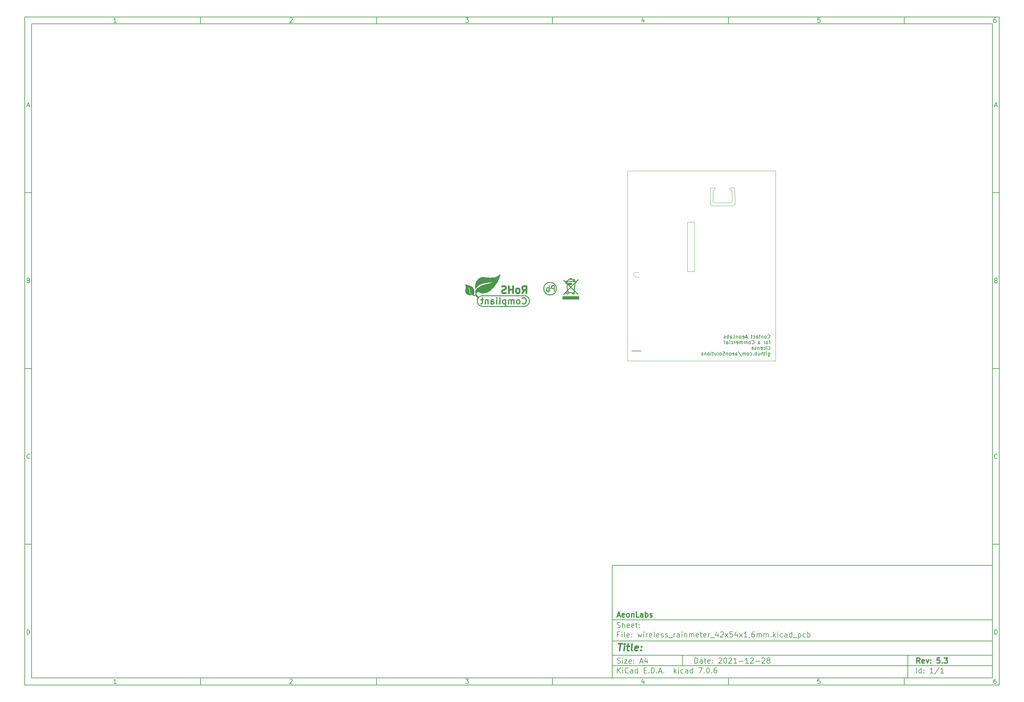
<source format=gbr>
G04 #@! TF.GenerationSoftware,KiCad,Pcbnew,7.0.6*
G04 #@! TF.CreationDate,2023-07-10T12:59:01+01:00*
G04 #@! TF.ProjectId,wireless_rainmeter_42x54x1_6mm,77697265-6c65-4737-935f-7261696e6d65,5.3*
G04 #@! TF.SameCoordinates,Original*
G04 #@! TF.FileFunction,Legend,Bot*
G04 #@! TF.FilePolarity,Positive*
%FSLAX46Y46*%
G04 Gerber Fmt 4.6, Leading zero omitted, Abs format (unit mm)*
G04 Created by KiCad (PCBNEW 7.0.6) date 2023-07-10 12:59:01*
%MOMM*%
%LPD*%
G01*
G04 APERTURE LIST*
%ADD10C,0.100000*%
%ADD11C,0.150000*%
%ADD12C,0.300000*%
%ADD13C,0.400000*%
%ADD14C,0.200000*%
%ADD15C,0.350000*%
%ADD16C,0.500000*%
%ADD17C,0.254000*%
%ADD18C,0.127000*%
%ADD19C,0.508000*%
%ADD20O,1.500000X0.800000*%
%ADD21C,0.700000*%
%ADD22R,1.050000X1.100000*%
%ADD23R,1.100000X2.250000*%
G04 #@! TA.AperFunction,Profile*
%ADD24C,0.100000*%
G04 #@! TD*
G04 APERTURE END LIST*
D10*
D11*
X177002200Y-166007200D02*
X285002200Y-166007200D01*
X285002200Y-198007200D01*
X177002200Y-198007200D01*
X177002200Y-166007200D01*
D10*
D11*
X10000000Y-10000000D02*
X287002200Y-10000000D01*
X287002200Y-200007200D01*
X10000000Y-200007200D01*
X10000000Y-10000000D01*
D10*
D11*
X12000000Y-12000000D02*
X285002200Y-12000000D01*
X285002200Y-198007200D01*
X12000000Y-198007200D01*
X12000000Y-12000000D01*
D10*
D11*
X60000000Y-12000000D02*
X60000000Y-10000000D01*
D10*
D11*
X110000000Y-12000000D02*
X110000000Y-10000000D01*
D10*
D11*
X160000000Y-12000000D02*
X160000000Y-10000000D01*
D10*
D11*
X210000000Y-12000000D02*
X210000000Y-10000000D01*
D10*
D11*
X260000000Y-12000000D02*
X260000000Y-10000000D01*
D10*
D11*
X36089160Y-11593604D02*
X35346303Y-11593604D01*
X35717731Y-11593604D02*
X35717731Y-10293604D01*
X35717731Y-10293604D02*
X35593922Y-10479319D01*
X35593922Y-10479319D02*
X35470112Y-10603128D01*
X35470112Y-10603128D02*
X35346303Y-10665033D01*
D10*
D11*
X85346303Y-10417414D02*
X85408207Y-10355509D01*
X85408207Y-10355509D02*
X85532017Y-10293604D01*
X85532017Y-10293604D02*
X85841541Y-10293604D01*
X85841541Y-10293604D02*
X85965350Y-10355509D01*
X85965350Y-10355509D02*
X86027255Y-10417414D01*
X86027255Y-10417414D02*
X86089160Y-10541223D01*
X86089160Y-10541223D02*
X86089160Y-10665033D01*
X86089160Y-10665033D02*
X86027255Y-10850747D01*
X86027255Y-10850747D02*
X85284398Y-11593604D01*
X85284398Y-11593604D02*
X86089160Y-11593604D01*
D10*
D11*
X135284398Y-10293604D02*
X136089160Y-10293604D01*
X136089160Y-10293604D02*
X135655826Y-10788842D01*
X135655826Y-10788842D02*
X135841541Y-10788842D01*
X135841541Y-10788842D02*
X135965350Y-10850747D01*
X135965350Y-10850747D02*
X136027255Y-10912652D01*
X136027255Y-10912652D02*
X136089160Y-11036461D01*
X136089160Y-11036461D02*
X136089160Y-11345985D01*
X136089160Y-11345985D02*
X136027255Y-11469795D01*
X136027255Y-11469795D02*
X135965350Y-11531700D01*
X135965350Y-11531700D02*
X135841541Y-11593604D01*
X135841541Y-11593604D02*
X135470112Y-11593604D01*
X135470112Y-11593604D02*
X135346303Y-11531700D01*
X135346303Y-11531700D02*
X135284398Y-11469795D01*
D10*
D11*
X185965350Y-10726938D02*
X185965350Y-11593604D01*
X185655826Y-10231700D02*
X185346303Y-11160271D01*
X185346303Y-11160271D02*
X186151064Y-11160271D01*
D10*
D11*
X236027255Y-10293604D02*
X235408207Y-10293604D01*
X235408207Y-10293604D02*
X235346303Y-10912652D01*
X235346303Y-10912652D02*
X235408207Y-10850747D01*
X235408207Y-10850747D02*
X235532017Y-10788842D01*
X235532017Y-10788842D02*
X235841541Y-10788842D01*
X235841541Y-10788842D02*
X235965350Y-10850747D01*
X235965350Y-10850747D02*
X236027255Y-10912652D01*
X236027255Y-10912652D02*
X236089160Y-11036461D01*
X236089160Y-11036461D02*
X236089160Y-11345985D01*
X236089160Y-11345985D02*
X236027255Y-11469795D01*
X236027255Y-11469795D02*
X235965350Y-11531700D01*
X235965350Y-11531700D02*
X235841541Y-11593604D01*
X235841541Y-11593604D02*
X235532017Y-11593604D01*
X235532017Y-11593604D02*
X235408207Y-11531700D01*
X235408207Y-11531700D02*
X235346303Y-11469795D01*
D10*
D11*
X285965350Y-10293604D02*
X285717731Y-10293604D01*
X285717731Y-10293604D02*
X285593922Y-10355509D01*
X285593922Y-10355509D02*
X285532017Y-10417414D01*
X285532017Y-10417414D02*
X285408207Y-10603128D01*
X285408207Y-10603128D02*
X285346303Y-10850747D01*
X285346303Y-10850747D02*
X285346303Y-11345985D01*
X285346303Y-11345985D02*
X285408207Y-11469795D01*
X285408207Y-11469795D02*
X285470112Y-11531700D01*
X285470112Y-11531700D02*
X285593922Y-11593604D01*
X285593922Y-11593604D02*
X285841541Y-11593604D01*
X285841541Y-11593604D02*
X285965350Y-11531700D01*
X285965350Y-11531700D02*
X286027255Y-11469795D01*
X286027255Y-11469795D02*
X286089160Y-11345985D01*
X286089160Y-11345985D02*
X286089160Y-11036461D01*
X286089160Y-11036461D02*
X286027255Y-10912652D01*
X286027255Y-10912652D02*
X285965350Y-10850747D01*
X285965350Y-10850747D02*
X285841541Y-10788842D01*
X285841541Y-10788842D02*
X285593922Y-10788842D01*
X285593922Y-10788842D02*
X285470112Y-10850747D01*
X285470112Y-10850747D02*
X285408207Y-10912652D01*
X285408207Y-10912652D02*
X285346303Y-11036461D01*
D10*
D11*
X60000000Y-198007200D02*
X60000000Y-200007200D01*
D10*
D11*
X110000000Y-198007200D02*
X110000000Y-200007200D01*
D10*
D11*
X160000000Y-198007200D02*
X160000000Y-200007200D01*
D10*
D11*
X210000000Y-198007200D02*
X210000000Y-200007200D01*
D10*
D11*
X260000000Y-198007200D02*
X260000000Y-200007200D01*
D10*
D11*
X36089160Y-199600804D02*
X35346303Y-199600804D01*
X35717731Y-199600804D02*
X35717731Y-198300804D01*
X35717731Y-198300804D02*
X35593922Y-198486519D01*
X35593922Y-198486519D02*
X35470112Y-198610328D01*
X35470112Y-198610328D02*
X35346303Y-198672233D01*
D10*
D11*
X85346303Y-198424614D02*
X85408207Y-198362709D01*
X85408207Y-198362709D02*
X85532017Y-198300804D01*
X85532017Y-198300804D02*
X85841541Y-198300804D01*
X85841541Y-198300804D02*
X85965350Y-198362709D01*
X85965350Y-198362709D02*
X86027255Y-198424614D01*
X86027255Y-198424614D02*
X86089160Y-198548423D01*
X86089160Y-198548423D02*
X86089160Y-198672233D01*
X86089160Y-198672233D02*
X86027255Y-198857947D01*
X86027255Y-198857947D02*
X85284398Y-199600804D01*
X85284398Y-199600804D02*
X86089160Y-199600804D01*
D10*
D11*
X135284398Y-198300804D02*
X136089160Y-198300804D01*
X136089160Y-198300804D02*
X135655826Y-198796042D01*
X135655826Y-198796042D02*
X135841541Y-198796042D01*
X135841541Y-198796042D02*
X135965350Y-198857947D01*
X135965350Y-198857947D02*
X136027255Y-198919852D01*
X136027255Y-198919852D02*
X136089160Y-199043661D01*
X136089160Y-199043661D02*
X136089160Y-199353185D01*
X136089160Y-199353185D02*
X136027255Y-199476995D01*
X136027255Y-199476995D02*
X135965350Y-199538900D01*
X135965350Y-199538900D02*
X135841541Y-199600804D01*
X135841541Y-199600804D02*
X135470112Y-199600804D01*
X135470112Y-199600804D02*
X135346303Y-199538900D01*
X135346303Y-199538900D02*
X135284398Y-199476995D01*
D10*
D11*
X185965350Y-198734138D02*
X185965350Y-199600804D01*
X185655826Y-198238900D02*
X185346303Y-199167471D01*
X185346303Y-199167471D02*
X186151064Y-199167471D01*
D10*
D11*
X236027255Y-198300804D02*
X235408207Y-198300804D01*
X235408207Y-198300804D02*
X235346303Y-198919852D01*
X235346303Y-198919852D02*
X235408207Y-198857947D01*
X235408207Y-198857947D02*
X235532017Y-198796042D01*
X235532017Y-198796042D02*
X235841541Y-198796042D01*
X235841541Y-198796042D02*
X235965350Y-198857947D01*
X235965350Y-198857947D02*
X236027255Y-198919852D01*
X236027255Y-198919852D02*
X236089160Y-199043661D01*
X236089160Y-199043661D02*
X236089160Y-199353185D01*
X236089160Y-199353185D02*
X236027255Y-199476995D01*
X236027255Y-199476995D02*
X235965350Y-199538900D01*
X235965350Y-199538900D02*
X235841541Y-199600804D01*
X235841541Y-199600804D02*
X235532017Y-199600804D01*
X235532017Y-199600804D02*
X235408207Y-199538900D01*
X235408207Y-199538900D02*
X235346303Y-199476995D01*
D10*
D11*
X285965350Y-198300804D02*
X285717731Y-198300804D01*
X285717731Y-198300804D02*
X285593922Y-198362709D01*
X285593922Y-198362709D02*
X285532017Y-198424614D01*
X285532017Y-198424614D02*
X285408207Y-198610328D01*
X285408207Y-198610328D02*
X285346303Y-198857947D01*
X285346303Y-198857947D02*
X285346303Y-199353185D01*
X285346303Y-199353185D02*
X285408207Y-199476995D01*
X285408207Y-199476995D02*
X285470112Y-199538900D01*
X285470112Y-199538900D02*
X285593922Y-199600804D01*
X285593922Y-199600804D02*
X285841541Y-199600804D01*
X285841541Y-199600804D02*
X285965350Y-199538900D01*
X285965350Y-199538900D02*
X286027255Y-199476995D01*
X286027255Y-199476995D02*
X286089160Y-199353185D01*
X286089160Y-199353185D02*
X286089160Y-199043661D01*
X286089160Y-199043661D02*
X286027255Y-198919852D01*
X286027255Y-198919852D02*
X285965350Y-198857947D01*
X285965350Y-198857947D02*
X285841541Y-198796042D01*
X285841541Y-198796042D02*
X285593922Y-198796042D01*
X285593922Y-198796042D02*
X285470112Y-198857947D01*
X285470112Y-198857947D02*
X285408207Y-198919852D01*
X285408207Y-198919852D02*
X285346303Y-199043661D01*
D10*
D11*
X10000000Y-60000000D02*
X12000000Y-60000000D01*
D10*
D11*
X10000000Y-110000000D02*
X12000000Y-110000000D01*
D10*
D11*
X10000000Y-160000000D02*
X12000000Y-160000000D01*
D10*
D11*
X10690476Y-35222176D02*
X11309523Y-35222176D01*
X10566666Y-35593604D02*
X10999999Y-34293604D01*
X10999999Y-34293604D02*
X11433333Y-35593604D01*
D10*
D11*
X11092857Y-84912652D02*
X11278571Y-84974557D01*
X11278571Y-84974557D02*
X11340476Y-85036461D01*
X11340476Y-85036461D02*
X11402380Y-85160271D01*
X11402380Y-85160271D02*
X11402380Y-85345985D01*
X11402380Y-85345985D02*
X11340476Y-85469795D01*
X11340476Y-85469795D02*
X11278571Y-85531700D01*
X11278571Y-85531700D02*
X11154761Y-85593604D01*
X11154761Y-85593604D02*
X10659523Y-85593604D01*
X10659523Y-85593604D02*
X10659523Y-84293604D01*
X10659523Y-84293604D02*
X11092857Y-84293604D01*
X11092857Y-84293604D02*
X11216666Y-84355509D01*
X11216666Y-84355509D02*
X11278571Y-84417414D01*
X11278571Y-84417414D02*
X11340476Y-84541223D01*
X11340476Y-84541223D02*
X11340476Y-84665033D01*
X11340476Y-84665033D02*
X11278571Y-84788842D01*
X11278571Y-84788842D02*
X11216666Y-84850747D01*
X11216666Y-84850747D02*
X11092857Y-84912652D01*
X11092857Y-84912652D02*
X10659523Y-84912652D01*
D10*
D11*
X11402380Y-135469795D02*
X11340476Y-135531700D01*
X11340476Y-135531700D02*
X11154761Y-135593604D01*
X11154761Y-135593604D02*
X11030952Y-135593604D01*
X11030952Y-135593604D02*
X10845238Y-135531700D01*
X10845238Y-135531700D02*
X10721428Y-135407890D01*
X10721428Y-135407890D02*
X10659523Y-135284080D01*
X10659523Y-135284080D02*
X10597619Y-135036461D01*
X10597619Y-135036461D02*
X10597619Y-134850747D01*
X10597619Y-134850747D02*
X10659523Y-134603128D01*
X10659523Y-134603128D02*
X10721428Y-134479319D01*
X10721428Y-134479319D02*
X10845238Y-134355509D01*
X10845238Y-134355509D02*
X11030952Y-134293604D01*
X11030952Y-134293604D02*
X11154761Y-134293604D01*
X11154761Y-134293604D02*
X11340476Y-134355509D01*
X11340476Y-134355509D02*
X11402380Y-134417414D01*
D10*
D11*
X10659523Y-185593604D02*
X10659523Y-184293604D01*
X10659523Y-184293604D02*
X10969047Y-184293604D01*
X10969047Y-184293604D02*
X11154761Y-184355509D01*
X11154761Y-184355509D02*
X11278571Y-184479319D01*
X11278571Y-184479319D02*
X11340476Y-184603128D01*
X11340476Y-184603128D02*
X11402380Y-184850747D01*
X11402380Y-184850747D02*
X11402380Y-185036461D01*
X11402380Y-185036461D02*
X11340476Y-185284080D01*
X11340476Y-185284080D02*
X11278571Y-185407890D01*
X11278571Y-185407890D02*
X11154761Y-185531700D01*
X11154761Y-185531700D02*
X10969047Y-185593604D01*
X10969047Y-185593604D02*
X10659523Y-185593604D01*
D10*
D11*
X287002200Y-60000000D02*
X285002200Y-60000000D01*
D10*
D11*
X287002200Y-110000000D02*
X285002200Y-110000000D01*
D10*
D11*
X287002200Y-160000000D02*
X285002200Y-160000000D01*
D10*
D11*
X285692676Y-35222176D02*
X286311723Y-35222176D01*
X285568866Y-35593604D02*
X286002199Y-34293604D01*
X286002199Y-34293604D02*
X286435533Y-35593604D01*
D10*
D11*
X286095057Y-84912652D02*
X286280771Y-84974557D01*
X286280771Y-84974557D02*
X286342676Y-85036461D01*
X286342676Y-85036461D02*
X286404580Y-85160271D01*
X286404580Y-85160271D02*
X286404580Y-85345985D01*
X286404580Y-85345985D02*
X286342676Y-85469795D01*
X286342676Y-85469795D02*
X286280771Y-85531700D01*
X286280771Y-85531700D02*
X286156961Y-85593604D01*
X286156961Y-85593604D02*
X285661723Y-85593604D01*
X285661723Y-85593604D02*
X285661723Y-84293604D01*
X285661723Y-84293604D02*
X286095057Y-84293604D01*
X286095057Y-84293604D02*
X286218866Y-84355509D01*
X286218866Y-84355509D02*
X286280771Y-84417414D01*
X286280771Y-84417414D02*
X286342676Y-84541223D01*
X286342676Y-84541223D02*
X286342676Y-84665033D01*
X286342676Y-84665033D02*
X286280771Y-84788842D01*
X286280771Y-84788842D02*
X286218866Y-84850747D01*
X286218866Y-84850747D02*
X286095057Y-84912652D01*
X286095057Y-84912652D02*
X285661723Y-84912652D01*
D10*
D11*
X286404580Y-135469795D02*
X286342676Y-135531700D01*
X286342676Y-135531700D02*
X286156961Y-135593604D01*
X286156961Y-135593604D02*
X286033152Y-135593604D01*
X286033152Y-135593604D02*
X285847438Y-135531700D01*
X285847438Y-135531700D02*
X285723628Y-135407890D01*
X285723628Y-135407890D02*
X285661723Y-135284080D01*
X285661723Y-135284080D02*
X285599819Y-135036461D01*
X285599819Y-135036461D02*
X285599819Y-134850747D01*
X285599819Y-134850747D02*
X285661723Y-134603128D01*
X285661723Y-134603128D02*
X285723628Y-134479319D01*
X285723628Y-134479319D02*
X285847438Y-134355509D01*
X285847438Y-134355509D02*
X286033152Y-134293604D01*
X286033152Y-134293604D02*
X286156961Y-134293604D01*
X286156961Y-134293604D02*
X286342676Y-134355509D01*
X286342676Y-134355509D02*
X286404580Y-134417414D01*
D10*
D11*
X285661723Y-185593604D02*
X285661723Y-184293604D01*
X285661723Y-184293604D02*
X285971247Y-184293604D01*
X285971247Y-184293604D02*
X286156961Y-184355509D01*
X286156961Y-184355509D02*
X286280771Y-184479319D01*
X286280771Y-184479319D02*
X286342676Y-184603128D01*
X286342676Y-184603128D02*
X286404580Y-184850747D01*
X286404580Y-184850747D02*
X286404580Y-185036461D01*
X286404580Y-185036461D02*
X286342676Y-185284080D01*
X286342676Y-185284080D02*
X286280771Y-185407890D01*
X286280771Y-185407890D02*
X286156961Y-185531700D01*
X286156961Y-185531700D02*
X285971247Y-185593604D01*
X285971247Y-185593604D02*
X285661723Y-185593604D01*
D10*
D11*
X200458026Y-193793328D02*
X200458026Y-192293328D01*
X200458026Y-192293328D02*
X200815169Y-192293328D01*
X200815169Y-192293328D02*
X201029455Y-192364757D01*
X201029455Y-192364757D02*
X201172312Y-192507614D01*
X201172312Y-192507614D02*
X201243741Y-192650471D01*
X201243741Y-192650471D02*
X201315169Y-192936185D01*
X201315169Y-192936185D02*
X201315169Y-193150471D01*
X201315169Y-193150471D02*
X201243741Y-193436185D01*
X201243741Y-193436185D02*
X201172312Y-193579042D01*
X201172312Y-193579042D02*
X201029455Y-193721900D01*
X201029455Y-193721900D02*
X200815169Y-193793328D01*
X200815169Y-193793328D02*
X200458026Y-193793328D01*
X202600884Y-193793328D02*
X202600884Y-193007614D01*
X202600884Y-193007614D02*
X202529455Y-192864757D01*
X202529455Y-192864757D02*
X202386598Y-192793328D01*
X202386598Y-192793328D02*
X202100884Y-192793328D01*
X202100884Y-192793328D02*
X201958026Y-192864757D01*
X202600884Y-193721900D02*
X202458026Y-193793328D01*
X202458026Y-193793328D02*
X202100884Y-193793328D01*
X202100884Y-193793328D02*
X201958026Y-193721900D01*
X201958026Y-193721900D02*
X201886598Y-193579042D01*
X201886598Y-193579042D02*
X201886598Y-193436185D01*
X201886598Y-193436185D02*
X201958026Y-193293328D01*
X201958026Y-193293328D02*
X202100884Y-193221900D01*
X202100884Y-193221900D02*
X202458026Y-193221900D01*
X202458026Y-193221900D02*
X202600884Y-193150471D01*
X203100884Y-192793328D02*
X203672312Y-192793328D01*
X203315169Y-192293328D02*
X203315169Y-193579042D01*
X203315169Y-193579042D02*
X203386598Y-193721900D01*
X203386598Y-193721900D02*
X203529455Y-193793328D01*
X203529455Y-193793328D02*
X203672312Y-193793328D01*
X204743741Y-193721900D02*
X204600884Y-193793328D01*
X204600884Y-193793328D02*
X204315170Y-193793328D01*
X204315170Y-193793328D02*
X204172312Y-193721900D01*
X204172312Y-193721900D02*
X204100884Y-193579042D01*
X204100884Y-193579042D02*
X204100884Y-193007614D01*
X204100884Y-193007614D02*
X204172312Y-192864757D01*
X204172312Y-192864757D02*
X204315170Y-192793328D01*
X204315170Y-192793328D02*
X204600884Y-192793328D01*
X204600884Y-192793328D02*
X204743741Y-192864757D01*
X204743741Y-192864757D02*
X204815170Y-193007614D01*
X204815170Y-193007614D02*
X204815170Y-193150471D01*
X204815170Y-193150471D02*
X204100884Y-193293328D01*
X205458026Y-193650471D02*
X205529455Y-193721900D01*
X205529455Y-193721900D02*
X205458026Y-193793328D01*
X205458026Y-193793328D02*
X205386598Y-193721900D01*
X205386598Y-193721900D02*
X205458026Y-193650471D01*
X205458026Y-193650471D02*
X205458026Y-193793328D01*
X205458026Y-192864757D02*
X205529455Y-192936185D01*
X205529455Y-192936185D02*
X205458026Y-193007614D01*
X205458026Y-193007614D02*
X205386598Y-192936185D01*
X205386598Y-192936185D02*
X205458026Y-192864757D01*
X205458026Y-192864757D02*
X205458026Y-193007614D01*
X207243741Y-192436185D02*
X207315169Y-192364757D01*
X207315169Y-192364757D02*
X207458027Y-192293328D01*
X207458027Y-192293328D02*
X207815169Y-192293328D01*
X207815169Y-192293328D02*
X207958027Y-192364757D01*
X207958027Y-192364757D02*
X208029455Y-192436185D01*
X208029455Y-192436185D02*
X208100884Y-192579042D01*
X208100884Y-192579042D02*
X208100884Y-192721900D01*
X208100884Y-192721900D02*
X208029455Y-192936185D01*
X208029455Y-192936185D02*
X207172312Y-193793328D01*
X207172312Y-193793328D02*
X208100884Y-193793328D01*
X209029455Y-192293328D02*
X209172312Y-192293328D01*
X209172312Y-192293328D02*
X209315169Y-192364757D01*
X209315169Y-192364757D02*
X209386598Y-192436185D01*
X209386598Y-192436185D02*
X209458026Y-192579042D01*
X209458026Y-192579042D02*
X209529455Y-192864757D01*
X209529455Y-192864757D02*
X209529455Y-193221900D01*
X209529455Y-193221900D02*
X209458026Y-193507614D01*
X209458026Y-193507614D02*
X209386598Y-193650471D01*
X209386598Y-193650471D02*
X209315169Y-193721900D01*
X209315169Y-193721900D02*
X209172312Y-193793328D01*
X209172312Y-193793328D02*
X209029455Y-193793328D01*
X209029455Y-193793328D02*
X208886598Y-193721900D01*
X208886598Y-193721900D02*
X208815169Y-193650471D01*
X208815169Y-193650471D02*
X208743740Y-193507614D01*
X208743740Y-193507614D02*
X208672312Y-193221900D01*
X208672312Y-193221900D02*
X208672312Y-192864757D01*
X208672312Y-192864757D02*
X208743740Y-192579042D01*
X208743740Y-192579042D02*
X208815169Y-192436185D01*
X208815169Y-192436185D02*
X208886598Y-192364757D01*
X208886598Y-192364757D02*
X209029455Y-192293328D01*
X210100883Y-192436185D02*
X210172311Y-192364757D01*
X210172311Y-192364757D02*
X210315169Y-192293328D01*
X210315169Y-192293328D02*
X210672311Y-192293328D01*
X210672311Y-192293328D02*
X210815169Y-192364757D01*
X210815169Y-192364757D02*
X210886597Y-192436185D01*
X210886597Y-192436185D02*
X210958026Y-192579042D01*
X210958026Y-192579042D02*
X210958026Y-192721900D01*
X210958026Y-192721900D02*
X210886597Y-192936185D01*
X210886597Y-192936185D02*
X210029454Y-193793328D01*
X210029454Y-193793328D02*
X210958026Y-193793328D01*
X212386597Y-193793328D02*
X211529454Y-193793328D01*
X211958025Y-193793328D02*
X211958025Y-192293328D01*
X211958025Y-192293328D02*
X211815168Y-192507614D01*
X211815168Y-192507614D02*
X211672311Y-192650471D01*
X211672311Y-192650471D02*
X211529454Y-192721900D01*
X213029453Y-193221900D02*
X214172311Y-193221900D01*
X215672311Y-193793328D02*
X214815168Y-193793328D01*
X215243739Y-193793328D02*
X215243739Y-192293328D01*
X215243739Y-192293328D02*
X215100882Y-192507614D01*
X215100882Y-192507614D02*
X214958025Y-192650471D01*
X214958025Y-192650471D02*
X214815168Y-192721900D01*
X216243739Y-192436185D02*
X216315167Y-192364757D01*
X216315167Y-192364757D02*
X216458025Y-192293328D01*
X216458025Y-192293328D02*
X216815167Y-192293328D01*
X216815167Y-192293328D02*
X216958025Y-192364757D01*
X216958025Y-192364757D02*
X217029453Y-192436185D01*
X217029453Y-192436185D02*
X217100882Y-192579042D01*
X217100882Y-192579042D02*
X217100882Y-192721900D01*
X217100882Y-192721900D02*
X217029453Y-192936185D01*
X217029453Y-192936185D02*
X216172310Y-193793328D01*
X216172310Y-193793328D02*
X217100882Y-193793328D01*
X217743738Y-193221900D02*
X218886596Y-193221900D01*
X219529453Y-192436185D02*
X219600881Y-192364757D01*
X219600881Y-192364757D02*
X219743739Y-192293328D01*
X219743739Y-192293328D02*
X220100881Y-192293328D01*
X220100881Y-192293328D02*
X220243739Y-192364757D01*
X220243739Y-192364757D02*
X220315167Y-192436185D01*
X220315167Y-192436185D02*
X220386596Y-192579042D01*
X220386596Y-192579042D02*
X220386596Y-192721900D01*
X220386596Y-192721900D02*
X220315167Y-192936185D01*
X220315167Y-192936185D02*
X219458024Y-193793328D01*
X219458024Y-193793328D02*
X220386596Y-193793328D01*
X221243738Y-192936185D02*
X221100881Y-192864757D01*
X221100881Y-192864757D02*
X221029452Y-192793328D01*
X221029452Y-192793328D02*
X220958024Y-192650471D01*
X220958024Y-192650471D02*
X220958024Y-192579042D01*
X220958024Y-192579042D02*
X221029452Y-192436185D01*
X221029452Y-192436185D02*
X221100881Y-192364757D01*
X221100881Y-192364757D02*
X221243738Y-192293328D01*
X221243738Y-192293328D02*
X221529452Y-192293328D01*
X221529452Y-192293328D02*
X221672310Y-192364757D01*
X221672310Y-192364757D02*
X221743738Y-192436185D01*
X221743738Y-192436185D02*
X221815167Y-192579042D01*
X221815167Y-192579042D02*
X221815167Y-192650471D01*
X221815167Y-192650471D02*
X221743738Y-192793328D01*
X221743738Y-192793328D02*
X221672310Y-192864757D01*
X221672310Y-192864757D02*
X221529452Y-192936185D01*
X221529452Y-192936185D02*
X221243738Y-192936185D01*
X221243738Y-192936185D02*
X221100881Y-193007614D01*
X221100881Y-193007614D02*
X221029452Y-193079042D01*
X221029452Y-193079042D02*
X220958024Y-193221900D01*
X220958024Y-193221900D02*
X220958024Y-193507614D01*
X220958024Y-193507614D02*
X221029452Y-193650471D01*
X221029452Y-193650471D02*
X221100881Y-193721900D01*
X221100881Y-193721900D02*
X221243738Y-193793328D01*
X221243738Y-193793328D02*
X221529452Y-193793328D01*
X221529452Y-193793328D02*
X221672310Y-193721900D01*
X221672310Y-193721900D02*
X221743738Y-193650471D01*
X221743738Y-193650471D02*
X221815167Y-193507614D01*
X221815167Y-193507614D02*
X221815167Y-193221900D01*
X221815167Y-193221900D02*
X221743738Y-193079042D01*
X221743738Y-193079042D02*
X221672310Y-193007614D01*
X221672310Y-193007614D02*
X221529452Y-192936185D01*
D10*
D11*
X177002200Y-194507200D02*
X285002200Y-194507200D01*
D10*
D11*
X178458026Y-196593328D02*
X178458026Y-195093328D01*
X179315169Y-196593328D02*
X178672312Y-195736185D01*
X179315169Y-195093328D02*
X178458026Y-195950471D01*
X179958026Y-196593328D02*
X179958026Y-195593328D01*
X179958026Y-195093328D02*
X179886598Y-195164757D01*
X179886598Y-195164757D02*
X179958026Y-195236185D01*
X179958026Y-195236185D02*
X180029455Y-195164757D01*
X180029455Y-195164757D02*
X179958026Y-195093328D01*
X179958026Y-195093328D02*
X179958026Y-195236185D01*
X181529455Y-196450471D02*
X181458027Y-196521900D01*
X181458027Y-196521900D02*
X181243741Y-196593328D01*
X181243741Y-196593328D02*
X181100884Y-196593328D01*
X181100884Y-196593328D02*
X180886598Y-196521900D01*
X180886598Y-196521900D02*
X180743741Y-196379042D01*
X180743741Y-196379042D02*
X180672312Y-196236185D01*
X180672312Y-196236185D02*
X180600884Y-195950471D01*
X180600884Y-195950471D02*
X180600884Y-195736185D01*
X180600884Y-195736185D02*
X180672312Y-195450471D01*
X180672312Y-195450471D02*
X180743741Y-195307614D01*
X180743741Y-195307614D02*
X180886598Y-195164757D01*
X180886598Y-195164757D02*
X181100884Y-195093328D01*
X181100884Y-195093328D02*
X181243741Y-195093328D01*
X181243741Y-195093328D02*
X181458027Y-195164757D01*
X181458027Y-195164757D02*
X181529455Y-195236185D01*
X182815170Y-196593328D02*
X182815170Y-195807614D01*
X182815170Y-195807614D02*
X182743741Y-195664757D01*
X182743741Y-195664757D02*
X182600884Y-195593328D01*
X182600884Y-195593328D02*
X182315170Y-195593328D01*
X182315170Y-195593328D02*
X182172312Y-195664757D01*
X182815170Y-196521900D02*
X182672312Y-196593328D01*
X182672312Y-196593328D02*
X182315170Y-196593328D01*
X182315170Y-196593328D02*
X182172312Y-196521900D01*
X182172312Y-196521900D02*
X182100884Y-196379042D01*
X182100884Y-196379042D02*
X182100884Y-196236185D01*
X182100884Y-196236185D02*
X182172312Y-196093328D01*
X182172312Y-196093328D02*
X182315170Y-196021900D01*
X182315170Y-196021900D02*
X182672312Y-196021900D01*
X182672312Y-196021900D02*
X182815170Y-195950471D01*
X184172313Y-196593328D02*
X184172313Y-195093328D01*
X184172313Y-196521900D02*
X184029455Y-196593328D01*
X184029455Y-196593328D02*
X183743741Y-196593328D01*
X183743741Y-196593328D02*
X183600884Y-196521900D01*
X183600884Y-196521900D02*
X183529455Y-196450471D01*
X183529455Y-196450471D02*
X183458027Y-196307614D01*
X183458027Y-196307614D02*
X183458027Y-195879042D01*
X183458027Y-195879042D02*
X183529455Y-195736185D01*
X183529455Y-195736185D02*
X183600884Y-195664757D01*
X183600884Y-195664757D02*
X183743741Y-195593328D01*
X183743741Y-195593328D02*
X184029455Y-195593328D01*
X184029455Y-195593328D02*
X184172313Y-195664757D01*
X186029455Y-195807614D02*
X186529455Y-195807614D01*
X186743741Y-196593328D02*
X186029455Y-196593328D01*
X186029455Y-196593328D02*
X186029455Y-195093328D01*
X186029455Y-195093328D02*
X186743741Y-195093328D01*
X187386598Y-196450471D02*
X187458027Y-196521900D01*
X187458027Y-196521900D02*
X187386598Y-196593328D01*
X187386598Y-196593328D02*
X187315170Y-196521900D01*
X187315170Y-196521900D02*
X187386598Y-196450471D01*
X187386598Y-196450471D02*
X187386598Y-196593328D01*
X188100884Y-196593328D02*
X188100884Y-195093328D01*
X188100884Y-195093328D02*
X188458027Y-195093328D01*
X188458027Y-195093328D02*
X188672313Y-195164757D01*
X188672313Y-195164757D02*
X188815170Y-195307614D01*
X188815170Y-195307614D02*
X188886599Y-195450471D01*
X188886599Y-195450471D02*
X188958027Y-195736185D01*
X188958027Y-195736185D02*
X188958027Y-195950471D01*
X188958027Y-195950471D02*
X188886599Y-196236185D01*
X188886599Y-196236185D02*
X188815170Y-196379042D01*
X188815170Y-196379042D02*
X188672313Y-196521900D01*
X188672313Y-196521900D02*
X188458027Y-196593328D01*
X188458027Y-196593328D02*
X188100884Y-196593328D01*
X189600884Y-196450471D02*
X189672313Y-196521900D01*
X189672313Y-196521900D02*
X189600884Y-196593328D01*
X189600884Y-196593328D02*
X189529456Y-196521900D01*
X189529456Y-196521900D02*
X189600884Y-196450471D01*
X189600884Y-196450471D02*
X189600884Y-196593328D01*
X190243742Y-196164757D02*
X190958028Y-196164757D01*
X190100885Y-196593328D02*
X190600885Y-195093328D01*
X190600885Y-195093328D02*
X191100885Y-196593328D01*
X191600884Y-196450471D02*
X191672313Y-196521900D01*
X191672313Y-196521900D02*
X191600884Y-196593328D01*
X191600884Y-196593328D02*
X191529456Y-196521900D01*
X191529456Y-196521900D02*
X191600884Y-196450471D01*
X191600884Y-196450471D02*
X191600884Y-196593328D01*
X194600884Y-196593328D02*
X194600884Y-195093328D01*
X194743742Y-196021900D02*
X195172313Y-196593328D01*
X195172313Y-195593328D02*
X194600884Y-196164757D01*
X195815170Y-196593328D02*
X195815170Y-195593328D01*
X195815170Y-195093328D02*
X195743742Y-195164757D01*
X195743742Y-195164757D02*
X195815170Y-195236185D01*
X195815170Y-195236185D02*
X195886599Y-195164757D01*
X195886599Y-195164757D02*
X195815170Y-195093328D01*
X195815170Y-195093328D02*
X195815170Y-195236185D01*
X197172314Y-196521900D02*
X197029456Y-196593328D01*
X197029456Y-196593328D02*
X196743742Y-196593328D01*
X196743742Y-196593328D02*
X196600885Y-196521900D01*
X196600885Y-196521900D02*
X196529456Y-196450471D01*
X196529456Y-196450471D02*
X196458028Y-196307614D01*
X196458028Y-196307614D02*
X196458028Y-195879042D01*
X196458028Y-195879042D02*
X196529456Y-195736185D01*
X196529456Y-195736185D02*
X196600885Y-195664757D01*
X196600885Y-195664757D02*
X196743742Y-195593328D01*
X196743742Y-195593328D02*
X197029456Y-195593328D01*
X197029456Y-195593328D02*
X197172314Y-195664757D01*
X198458028Y-196593328D02*
X198458028Y-195807614D01*
X198458028Y-195807614D02*
X198386599Y-195664757D01*
X198386599Y-195664757D02*
X198243742Y-195593328D01*
X198243742Y-195593328D02*
X197958028Y-195593328D01*
X197958028Y-195593328D02*
X197815170Y-195664757D01*
X198458028Y-196521900D02*
X198315170Y-196593328D01*
X198315170Y-196593328D02*
X197958028Y-196593328D01*
X197958028Y-196593328D02*
X197815170Y-196521900D01*
X197815170Y-196521900D02*
X197743742Y-196379042D01*
X197743742Y-196379042D02*
X197743742Y-196236185D01*
X197743742Y-196236185D02*
X197815170Y-196093328D01*
X197815170Y-196093328D02*
X197958028Y-196021900D01*
X197958028Y-196021900D02*
X198315170Y-196021900D01*
X198315170Y-196021900D02*
X198458028Y-195950471D01*
X199815171Y-196593328D02*
X199815171Y-195093328D01*
X199815171Y-196521900D02*
X199672313Y-196593328D01*
X199672313Y-196593328D02*
X199386599Y-196593328D01*
X199386599Y-196593328D02*
X199243742Y-196521900D01*
X199243742Y-196521900D02*
X199172313Y-196450471D01*
X199172313Y-196450471D02*
X199100885Y-196307614D01*
X199100885Y-196307614D02*
X199100885Y-195879042D01*
X199100885Y-195879042D02*
X199172313Y-195736185D01*
X199172313Y-195736185D02*
X199243742Y-195664757D01*
X199243742Y-195664757D02*
X199386599Y-195593328D01*
X199386599Y-195593328D02*
X199672313Y-195593328D01*
X199672313Y-195593328D02*
X199815171Y-195664757D01*
X201529456Y-195093328D02*
X202529456Y-195093328D01*
X202529456Y-195093328D02*
X201886599Y-196593328D01*
X203100884Y-196450471D02*
X203172313Y-196521900D01*
X203172313Y-196521900D02*
X203100884Y-196593328D01*
X203100884Y-196593328D02*
X203029456Y-196521900D01*
X203029456Y-196521900D02*
X203100884Y-196450471D01*
X203100884Y-196450471D02*
X203100884Y-196593328D01*
X204100885Y-195093328D02*
X204243742Y-195093328D01*
X204243742Y-195093328D02*
X204386599Y-195164757D01*
X204386599Y-195164757D02*
X204458028Y-195236185D01*
X204458028Y-195236185D02*
X204529456Y-195379042D01*
X204529456Y-195379042D02*
X204600885Y-195664757D01*
X204600885Y-195664757D02*
X204600885Y-196021900D01*
X204600885Y-196021900D02*
X204529456Y-196307614D01*
X204529456Y-196307614D02*
X204458028Y-196450471D01*
X204458028Y-196450471D02*
X204386599Y-196521900D01*
X204386599Y-196521900D02*
X204243742Y-196593328D01*
X204243742Y-196593328D02*
X204100885Y-196593328D01*
X204100885Y-196593328D02*
X203958028Y-196521900D01*
X203958028Y-196521900D02*
X203886599Y-196450471D01*
X203886599Y-196450471D02*
X203815170Y-196307614D01*
X203815170Y-196307614D02*
X203743742Y-196021900D01*
X203743742Y-196021900D02*
X203743742Y-195664757D01*
X203743742Y-195664757D02*
X203815170Y-195379042D01*
X203815170Y-195379042D02*
X203886599Y-195236185D01*
X203886599Y-195236185D02*
X203958028Y-195164757D01*
X203958028Y-195164757D02*
X204100885Y-195093328D01*
X205243741Y-196450471D02*
X205315170Y-196521900D01*
X205315170Y-196521900D02*
X205243741Y-196593328D01*
X205243741Y-196593328D02*
X205172313Y-196521900D01*
X205172313Y-196521900D02*
X205243741Y-196450471D01*
X205243741Y-196450471D02*
X205243741Y-196593328D01*
X206600885Y-195093328D02*
X206315170Y-195093328D01*
X206315170Y-195093328D02*
X206172313Y-195164757D01*
X206172313Y-195164757D02*
X206100885Y-195236185D01*
X206100885Y-195236185D02*
X205958027Y-195450471D01*
X205958027Y-195450471D02*
X205886599Y-195736185D01*
X205886599Y-195736185D02*
X205886599Y-196307614D01*
X205886599Y-196307614D02*
X205958027Y-196450471D01*
X205958027Y-196450471D02*
X206029456Y-196521900D01*
X206029456Y-196521900D02*
X206172313Y-196593328D01*
X206172313Y-196593328D02*
X206458027Y-196593328D01*
X206458027Y-196593328D02*
X206600885Y-196521900D01*
X206600885Y-196521900D02*
X206672313Y-196450471D01*
X206672313Y-196450471D02*
X206743742Y-196307614D01*
X206743742Y-196307614D02*
X206743742Y-195950471D01*
X206743742Y-195950471D02*
X206672313Y-195807614D01*
X206672313Y-195807614D02*
X206600885Y-195736185D01*
X206600885Y-195736185D02*
X206458027Y-195664757D01*
X206458027Y-195664757D02*
X206172313Y-195664757D01*
X206172313Y-195664757D02*
X206029456Y-195736185D01*
X206029456Y-195736185D02*
X205958027Y-195807614D01*
X205958027Y-195807614D02*
X205886599Y-195950471D01*
D10*
D11*
X177002200Y-191507200D02*
X285002200Y-191507200D01*
D10*
D12*
X264413853Y-193785528D02*
X263913853Y-193071242D01*
X263556710Y-193785528D02*
X263556710Y-192285528D01*
X263556710Y-192285528D02*
X264128139Y-192285528D01*
X264128139Y-192285528D02*
X264270996Y-192356957D01*
X264270996Y-192356957D02*
X264342425Y-192428385D01*
X264342425Y-192428385D02*
X264413853Y-192571242D01*
X264413853Y-192571242D02*
X264413853Y-192785528D01*
X264413853Y-192785528D02*
X264342425Y-192928385D01*
X264342425Y-192928385D02*
X264270996Y-192999814D01*
X264270996Y-192999814D02*
X264128139Y-193071242D01*
X264128139Y-193071242D02*
X263556710Y-193071242D01*
X265628139Y-193714100D02*
X265485282Y-193785528D01*
X265485282Y-193785528D02*
X265199568Y-193785528D01*
X265199568Y-193785528D02*
X265056710Y-193714100D01*
X265056710Y-193714100D02*
X264985282Y-193571242D01*
X264985282Y-193571242D02*
X264985282Y-192999814D01*
X264985282Y-192999814D02*
X265056710Y-192856957D01*
X265056710Y-192856957D02*
X265199568Y-192785528D01*
X265199568Y-192785528D02*
X265485282Y-192785528D01*
X265485282Y-192785528D02*
X265628139Y-192856957D01*
X265628139Y-192856957D02*
X265699568Y-192999814D01*
X265699568Y-192999814D02*
X265699568Y-193142671D01*
X265699568Y-193142671D02*
X264985282Y-193285528D01*
X266199567Y-192785528D02*
X266556710Y-193785528D01*
X266556710Y-193785528D02*
X266913853Y-192785528D01*
X267485281Y-193642671D02*
X267556710Y-193714100D01*
X267556710Y-193714100D02*
X267485281Y-193785528D01*
X267485281Y-193785528D02*
X267413853Y-193714100D01*
X267413853Y-193714100D02*
X267485281Y-193642671D01*
X267485281Y-193642671D02*
X267485281Y-193785528D01*
X267485281Y-192856957D02*
X267556710Y-192928385D01*
X267556710Y-192928385D02*
X267485281Y-192999814D01*
X267485281Y-192999814D02*
X267413853Y-192928385D01*
X267413853Y-192928385D02*
X267485281Y-192856957D01*
X267485281Y-192856957D02*
X267485281Y-192999814D01*
X270056710Y-192285528D02*
X269342424Y-192285528D01*
X269342424Y-192285528D02*
X269270996Y-192999814D01*
X269270996Y-192999814D02*
X269342424Y-192928385D01*
X269342424Y-192928385D02*
X269485282Y-192856957D01*
X269485282Y-192856957D02*
X269842424Y-192856957D01*
X269842424Y-192856957D02*
X269985282Y-192928385D01*
X269985282Y-192928385D02*
X270056710Y-192999814D01*
X270056710Y-192999814D02*
X270128139Y-193142671D01*
X270128139Y-193142671D02*
X270128139Y-193499814D01*
X270128139Y-193499814D02*
X270056710Y-193642671D01*
X270056710Y-193642671D02*
X269985282Y-193714100D01*
X269985282Y-193714100D02*
X269842424Y-193785528D01*
X269842424Y-193785528D02*
X269485282Y-193785528D01*
X269485282Y-193785528D02*
X269342424Y-193714100D01*
X269342424Y-193714100D02*
X269270996Y-193642671D01*
X270770995Y-193642671D02*
X270842424Y-193714100D01*
X270842424Y-193714100D02*
X270770995Y-193785528D01*
X270770995Y-193785528D02*
X270699567Y-193714100D01*
X270699567Y-193714100D02*
X270770995Y-193642671D01*
X270770995Y-193642671D02*
X270770995Y-193785528D01*
X271342424Y-192285528D02*
X272270996Y-192285528D01*
X272270996Y-192285528D02*
X271770996Y-192856957D01*
X271770996Y-192856957D02*
X271985281Y-192856957D01*
X271985281Y-192856957D02*
X272128139Y-192928385D01*
X272128139Y-192928385D02*
X272199567Y-192999814D01*
X272199567Y-192999814D02*
X272270996Y-193142671D01*
X272270996Y-193142671D02*
X272270996Y-193499814D01*
X272270996Y-193499814D02*
X272199567Y-193642671D01*
X272199567Y-193642671D02*
X272128139Y-193714100D01*
X272128139Y-193714100D02*
X271985281Y-193785528D01*
X271985281Y-193785528D02*
X271556710Y-193785528D01*
X271556710Y-193785528D02*
X271413853Y-193714100D01*
X271413853Y-193714100D02*
X271342424Y-193642671D01*
D10*
D11*
X178386598Y-193721900D02*
X178600884Y-193793328D01*
X178600884Y-193793328D02*
X178958026Y-193793328D01*
X178958026Y-193793328D02*
X179100884Y-193721900D01*
X179100884Y-193721900D02*
X179172312Y-193650471D01*
X179172312Y-193650471D02*
X179243741Y-193507614D01*
X179243741Y-193507614D02*
X179243741Y-193364757D01*
X179243741Y-193364757D02*
X179172312Y-193221900D01*
X179172312Y-193221900D02*
X179100884Y-193150471D01*
X179100884Y-193150471D02*
X178958026Y-193079042D01*
X178958026Y-193079042D02*
X178672312Y-193007614D01*
X178672312Y-193007614D02*
X178529455Y-192936185D01*
X178529455Y-192936185D02*
X178458026Y-192864757D01*
X178458026Y-192864757D02*
X178386598Y-192721900D01*
X178386598Y-192721900D02*
X178386598Y-192579042D01*
X178386598Y-192579042D02*
X178458026Y-192436185D01*
X178458026Y-192436185D02*
X178529455Y-192364757D01*
X178529455Y-192364757D02*
X178672312Y-192293328D01*
X178672312Y-192293328D02*
X179029455Y-192293328D01*
X179029455Y-192293328D02*
X179243741Y-192364757D01*
X179886597Y-193793328D02*
X179886597Y-192793328D01*
X179886597Y-192293328D02*
X179815169Y-192364757D01*
X179815169Y-192364757D02*
X179886597Y-192436185D01*
X179886597Y-192436185D02*
X179958026Y-192364757D01*
X179958026Y-192364757D02*
X179886597Y-192293328D01*
X179886597Y-192293328D02*
X179886597Y-192436185D01*
X180458026Y-192793328D02*
X181243741Y-192793328D01*
X181243741Y-192793328D02*
X180458026Y-193793328D01*
X180458026Y-193793328D02*
X181243741Y-193793328D01*
X182386598Y-193721900D02*
X182243741Y-193793328D01*
X182243741Y-193793328D02*
X181958027Y-193793328D01*
X181958027Y-193793328D02*
X181815169Y-193721900D01*
X181815169Y-193721900D02*
X181743741Y-193579042D01*
X181743741Y-193579042D02*
X181743741Y-193007614D01*
X181743741Y-193007614D02*
X181815169Y-192864757D01*
X181815169Y-192864757D02*
X181958027Y-192793328D01*
X181958027Y-192793328D02*
X182243741Y-192793328D01*
X182243741Y-192793328D02*
X182386598Y-192864757D01*
X182386598Y-192864757D02*
X182458027Y-193007614D01*
X182458027Y-193007614D02*
X182458027Y-193150471D01*
X182458027Y-193150471D02*
X181743741Y-193293328D01*
X183100883Y-193650471D02*
X183172312Y-193721900D01*
X183172312Y-193721900D02*
X183100883Y-193793328D01*
X183100883Y-193793328D02*
X183029455Y-193721900D01*
X183029455Y-193721900D02*
X183100883Y-193650471D01*
X183100883Y-193650471D02*
X183100883Y-193793328D01*
X183100883Y-192864757D02*
X183172312Y-192936185D01*
X183172312Y-192936185D02*
X183100883Y-193007614D01*
X183100883Y-193007614D02*
X183029455Y-192936185D01*
X183029455Y-192936185D02*
X183100883Y-192864757D01*
X183100883Y-192864757D02*
X183100883Y-193007614D01*
X184886598Y-193364757D02*
X185600884Y-193364757D01*
X184743741Y-193793328D02*
X185243741Y-192293328D01*
X185243741Y-192293328D02*
X185743741Y-193793328D01*
X186886598Y-192793328D02*
X186886598Y-193793328D01*
X186529455Y-192221900D02*
X186172312Y-193293328D01*
X186172312Y-193293328D02*
X187100883Y-193293328D01*
D10*
D11*
X263458026Y-196593328D02*
X263458026Y-195093328D01*
X264815170Y-196593328D02*
X264815170Y-195093328D01*
X264815170Y-196521900D02*
X264672312Y-196593328D01*
X264672312Y-196593328D02*
X264386598Y-196593328D01*
X264386598Y-196593328D02*
X264243741Y-196521900D01*
X264243741Y-196521900D02*
X264172312Y-196450471D01*
X264172312Y-196450471D02*
X264100884Y-196307614D01*
X264100884Y-196307614D02*
X264100884Y-195879042D01*
X264100884Y-195879042D02*
X264172312Y-195736185D01*
X264172312Y-195736185D02*
X264243741Y-195664757D01*
X264243741Y-195664757D02*
X264386598Y-195593328D01*
X264386598Y-195593328D02*
X264672312Y-195593328D01*
X264672312Y-195593328D02*
X264815170Y-195664757D01*
X265529455Y-196450471D02*
X265600884Y-196521900D01*
X265600884Y-196521900D02*
X265529455Y-196593328D01*
X265529455Y-196593328D02*
X265458027Y-196521900D01*
X265458027Y-196521900D02*
X265529455Y-196450471D01*
X265529455Y-196450471D02*
X265529455Y-196593328D01*
X265529455Y-195664757D02*
X265600884Y-195736185D01*
X265600884Y-195736185D02*
X265529455Y-195807614D01*
X265529455Y-195807614D02*
X265458027Y-195736185D01*
X265458027Y-195736185D02*
X265529455Y-195664757D01*
X265529455Y-195664757D02*
X265529455Y-195807614D01*
X268172313Y-196593328D02*
X267315170Y-196593328D01*
X267743741Y-196593328D02*
X267743741Y-195093328D01*
X267743741Y-195093328D02*
X267600884Y-195307614D01*
X267600884Y-195307614D02*
X267458027Y-195450471D01*
X267458027Y-195450471D02*
X267315170Y-195521900D01*
X269886598Y-195021900D02*
X268600884Y-196950471D01*
X271172313Y-196593328D02*
X270315170Y-196593328D01*
X270743741Y-196593328D02*
X270743741Y-195093328D01*
X270743741Y-195093328D02*
X270600884Y-195307614D01*
X270600884Y-195307614D02*
X270458027Y-195450471D01*
X270458027Y-195450471D02*
X270315170Y-195521900D01*
D10*
D11*
X177002200Y-187507200D02*
X285002200Y-187507200D01*
D10*
D13*
X178693928Y-188211638D02*
X179836785Y-188211638D01*
X179015357Y-190211638D02*
X179265357Y-188211638D01*
X180253452Y-190211638D02*
X180420119Y-188878304D01*
X180503452Y-188211638D02*
X180396309Y-188306876D01*
X180396309Y-188306876D02*
X180479643Y-188402114D01*
X180479643Y-188402114D02*
X180586786Y-188306876D01*
X180586786Y-188306876D02*
X180503452Y-188211638D01*
X180503452Y-188211638D02*
X180479643Y-188402114D01*
X181086786Y-188878304D02*
X181848690Y-188878304D01*
X181455833Y-188211638D02*
X181241548Y-189925923D01*
X181241548Y-189925923D02*
X181312976Y-190116400D01*
X181312976Y-190116400D02*
X181491548Y-190211638D01*
X181491548Y-190211638D02*
X181682024Y-190211638D01*
X182634405Y-190211638D02*
X182455833Y-190116400D01*
X182455833Y-190116400D02*
X182384405Y-189925923D01*
X182384405Y-189925923D02*
X182598690Y-188211638D01*
X184170119Y-190116400D02*
X183967738Y-190211638D01*
X183967738Y-190211638D02*
X183586785Y-190211638D01*
X183586785Y-190211638D02*
X183408214Y-190116400D01*
X183408214Y-190116400D02*
X183336785Y-189925923D01*
X183336785Y-189925923D02*
X183432024Y-189164019D01*
X183432024Y-189164019D02*
X183551071Y-188973542D01*
X183551071Y-188973542D02*
X183753452Y-188878304D01*
X183753452Y-188878304D02*
X184134404Y-188878304D01*
X184134404Y-188878304D02*
X184312976Y-188973542D01*
X184312976Y-188973542D02*
X184384404Y-189164019D01*
X184384404Y-189164019D02*
X184360595Y-189354495D01*
X184360595Y-189354495D02*
X183384404Y-189544971D01*
X185134405Y-190021161D02*
X185217738Y-190116400D01*
X185217738Y-190116400D02*
X185110595Y-190211638D01*
X185110595Y-190211638D02*
X185027262Y-190116400D01*
X185027262Y-190116400D02*
X185134405Y-190021161D01*
X185134405Y-190021161D02*
X185110595Y-190211638D01*
X185265357Y-188973542D02*
X185348690Y-189068780D01*
X185348690Y-189068780D02*
X185241548Y-189164019D01*
X185241548Y-189164019D02*
X185158214Y-189068780D01*
X185158214Y-189068780D02*
X185265357Y-188973542D01*
X185265357Y-188973542D02*
X185241548Y-189164019D01*
D10*
D11*
X178958026Y-185607614D02*
X178458026Y-185607614D01*
X178458026Y-186393328D02*
X178458026Y-184893328D01*
X178458026Y-184893328D02*
X179172312Y-184893328D01*
X179743740Y-186393328D02*
X179743740Y-185393328D01*
X179743740Y-184893328D02*
X179672312Y-184964757D01*
X179672312Y-184964757D02*
X179743740Y-185036185D01*
X179743740Y-185036185D02*
X179815169Y-184964757D01*
X179815169Y-184964757D02*
X179743740Y-184893328D01*
X179743740Y-184893328D02*
X179743740Y-185036185D01*
X180672312Y-186393328D02*
X180529455Y-186321900D01*
X180529455Y-186321900D02*
X180458026Y-186179042D01*
X180458026Y-186179042D02*
X180458026Y-184893328D01*
X181815169Y-186321900D02*
X181672312Y-186393328D01*
X181672312Y-186393328D02*
X181386598Y-186393328D01*
X181386598Y-186393328D02*
X181243740Y-186321900D01*
X181243740Y-186321900D02*
X181172312Y-186179042D01*
X181172312Y-186179042D02*
X181172312Y-185607614D01*
X181172312Y-185607614D02*
X181243740Y-185464757D01*
X181243740Y-185464757D02*
X181386598Y-185393328D01*
X181386598Y-185393328D02*
X181672312Y-185393328D01*
X181672312Y-185393328D02*
X181815169Y-185464757D01*
X181815169Y-185464757D02*
X181886598Y-185607614D01*
X181886598Y-185607614D02*
X181886598Y-185750471D01*
X181886598Y-185750471D02*
X181172312Y-185893328D01*
X182529454Y-186250471D02*
X182600883Y-186321900D01*
X182600883Y-186321900D02*
X182529454Y-186393328D01*
X182529454Y-186393328D02*
X182458026Y-186321900D01*
X182458026Y-186321900D02*
X182529454Y-186250471D01*
X182529454Y-186250471D02*
X182529454Y-186393328D01*
X182529454Y-185464757D02*
X182600883Y-185536185D01*
X182600883Y-185536185D02*
X182529454Y-185607614D01*
X182529454Y-185607614D02*
X182458026Y-185536185D01*
X182458026Y-185536185D02*
X182529454Y-185464757D01*
X182529454Y-185464757D02*
X182529454Y-185607614D01*
X184243740Y-185393328D02*
X184529455Y-186393328D01*
X184529455Y-186393328D02*
X184815169Y-185679042D01*
X184815169Y-185679042D02*
X185100883Y-186393328D01*
X185100883Y-186393328D02*
X185386597Y-185393328D01*
X185958026Y-186393328D02*
X185958026Y-185393328D01*
X185958026Y-184893328D02*
X185886598Y-184964757D01*
X185886598Y-184964757D02*
X185958026Y-185036185D01*
X185958026Y-185036185D02*
X186029455Y-184964757D01*
X186029455Y-184964757D02*
X185958026Y-184893328D01*
X185958026Y-184893328D02*
X185958026Y-185036185D01*
X186672312Y-186393328D02*
X186672312Y-185393328D01*
X186672312Y-185679042D02*
X186743741Y-185536185D01*
X186743741Y-185536185D02*
X186815170Y-185464757D01*
X186815170Y-185464757D02*
X186958027Y-185393328D01*
X186958027Y-185393328D02*
X187100884Y-185393328D01*
X188172312Y-186321900D02*
X188029455Y-186393328D01*
X188029455Y-186393328D02*
X187743741Y-186393328D01*
X187743741Y-186393328D02*
X187600883Y-186321900D01*
X187600883Y-186321900D02*
X187529455Y-186179042D01*
X187529455Y-186179042D02*
X187529455Y-185607614D01*
X187529455Y-185607614D02*
X187600883Y-185464757D01*
X187600883Y-185464757D02*
X187743741Y-185393328D01*
X187743741Y-185393328D02*
X188029455Y-185393328D01*
X188029455Y-185393328D02*
X188172312Y-185464757D01*
X188172312Y-185464757D02*
X188243741Y-185607614D01*
X188243741Y-185607614D02*
X188243741Y-185750471D01*
X188243741Y-185750471D02*
X187529455Y-185893328D01*
X189100883Y-186393328D02*
X188958026Y-186321900D01*
X188958026Y-186321900D02*
X188886597Y-186179042D01*
X188886597Y-186179042D02*
X188886597Y-184893328D01*
X190243740Y-186321900D02*
X190100883Y-186393328D01*
X190100883Y-186393328D02*
X189815169Y-186393328D01*
X189815169Y-186393328D02*
X189672311Y-186321900D01*
X189672311Y-186321900D02*
X189600883Y-186179042D01*
X189600883Y-186179042D02*
X189600883Y-185607614D01*
X189600883Y-185607614D02*
X189672311Y-185464757D01*
X189672311Y-185464757D02*
X189815169Y-185393328D01*
X189815169Y-185393328D02*
X190100883Y-185393328D01*
X190100883Y-185393328D02*
X190243740Y-185464757D01*
X190243740Y-185464757D02*
X190315169Y-185607614D01*
X190315169Y-185607614D02*
X190315169Y-185750471D01*
X190315169Y-185750471D02*
X189600883Y-185893328D01*
X190886597Y-186321900D02*
X191029454Y-186393328D01*
X191029454Y-186393328D02*
X191315168Y-186393328D01*
X191315168Y-186393328D02*
X191458025Y-186321900D01*
X191458025Y-186321900D02*
X191529454Y-186179042D01*
X191529454Y-186179042D02*
X191529454Y-186107614D01*
X191529454Y-186107614D02*
X191458025Y-185964757D01*
X191458025Y-185964757D02*
X191315168Y-185893328D01*
X191315168Y-185893328D02*
X191100883Y-185893328D01*
X191100883Y-185893328D02*
X190958025Y-185821900D01*
X190958025Y-185821900D02*
X190886597Y-185679042D01*
X190886597Y-185679042D02*
X190886597Y-185607614D01*
X190886597Y-185607614D02*
X190958025Y-185464757D01*
X190958025Y-185464757D02*
X191100883Y-185393328D01*
X191100883Y-185393328D02*
X191315168Y-185393328D01*
X191315168Y-185393328D02*
X191458025Y-185464757D01*
X192100883Y-186321900D02*
X192243740Y-186393328D01*
X192243740Y-186393328D02*
X192529454Y-186393328D01*
X192529454Y-186393328D02*
X192672311Y-186321900D01*
X192672311Y-186321900D02*
X192743740Y-186179042D01*
X192743740Y-186179042D02*
X192743740Y-186107614D01*
X192743740Y-186107614D02*
X192672311Y-185964757D01*
X192672311Y-185964757D02*
X192529454Y-185893328D01*
X192529454Y-185893328D02*
X192315169Y-185893328D01*
X192315169Y-185893328D02*
X192172311Y-185821900D01*
X192172311Y-185821900D02*
X192100883Y-185679042D01*
X192100883Y-185679042D02*
X192100883Y-185607614D01*
X192100883Y-185607614D02*
X192172311Y-185464757D01*
X192172311Y-185464757D02*
X192315169Y-185393328D01*
X192315169Y-185393328D02*
X192529454Y-185393328D01*
X192529454Y-185393328D02*
X192672311Y-185464757D01*
X193029455Y-186536185D02*
X194172312Y-186536185D01*
X194529454Y-186393328D02*
X194529454Y-185393328D01*
X194529454Y-185679042D02*
X194600883Y-185536185D01*
X194600883Y-185536185D02*
X194672312Y-185464757D01*
X194672312Y-185464757D02*
X194815169Y-185393328D01*
X194815169Y-185393328D02*
X194958026Y-185393328D01*
X196100883Y-186393328D02*
X196100883Y-185607614D01*
X196100883Y-185607614D02*
X196029454Y-185464757D01*
X196029454Y-185464757D02*
X195886597Y-185393328D01*
X195886597Y-185393328D02*
X195600883Y-185393328D01*
X195600883Y-185393328D02*
X195458025Y-185464757D01*
X196100883Y-186321900D02*
X195958025Y-186393328D01*
X195958025Y-186393328D02*
X195600883Y-186393328D01*
X195600883Y-186393328D02*
X195458025Y-186321900D01*
X195458025Y-186321900D02*
X195386597Y-186179042D01*
X195386597Y-186179042D02*
X195386597Y-186036185D01*
X195386597Y-186036185D02*
X195458025Y-185893328D01*
X195458025Y-185893328D02*
X195600883Y-185821900D01*
X195600883Y-185821900D02*
X195958025Y-185821900D01*
X195958025Y-185821900D02*
X196100883Y-185750471D01*
X196815168Y-186393328D02*
X196815168Y-185393328D01*
X196815168Y-184893328D02*
X196743740Y-184964757D01*
X196743740Y-184964757D02*
X196815168Y-185036185D01*
X196815168Y-185036185D02*
X196886597Y-184964757D01*
X196886597Y-184964757D02*
X196815168Y-184893328D01*
X196815168Y-184893328D02*
X196815168Y-185036185D01*
X197529454Y-185393328D02*
X197529454Y-186393328D01*
X197529454Y-185536185D02*
X197600883Y-185464757D01*
X197600883Y-185464757D02*
X197743740Y-185393328D01*
X197743740Y-185393328D02*
X197958026Y-185393328D01*
X197958026Y-185393328D02*
X198100883Y-185464757D01*
X198100883Y-185464757D02*
X198172312Y-185607614D01*
X198172312Y-185607614D02*
X198172312Y-186393328D01*
X198886597Y-186393328D02*
X198886597Y-185393328D01*
X198886597Y-185536185D02*
X198958026Y-185464757D01*
X198958026Y-185464757D02*
X199100883Y-185393328D01*
X199100883Y-185393328D02*
X199315169Y-185393328D01*
X199315169Y-185393328D02*
X199458026Y-185464757D01*
X199458026Y-185464757D02*
X199529455Y-185607614D01*
X199529455Y-185607614D02*
X199529455Y-186393328D01*
X199529455Y-185607614D02*
X199600883Y-185464757D01*
X199600883Y-185464757D02*
X199743740Y-185393328D01*
X199743740Y-185393328D02*
X199958026Y-185393328D01*
X199958026Y-185393328D02*
X200100883Y-185464757D01*
X200100883Y-185464757D02*
X200172312Y-185607614D01*
X200172312Y-185607614D02*
X200172312Y-186393328D01*
X201458026Y-186321900D02*
X201315169Y-186393328D01*
X201315169Y-186393328D02*
X201029455Y-186393328D01*
X201029455Y-186393328D02*
X200886597Y-186321900D01*
X200886597Y-186321900D02*
X200815169Y-186179042D01*
X200815169Y-186179042D02*
X200815169Y-185607614D01*
X200815169Y-185607614D02*
X200886597Y-185464757D01*
X200886597Y-185464757D02*
X201029455Y-185393328D01*
X201029455Y-185393328D02*
X201315169Y-185393328D01*
X201315169Y-185393328D02*
X201458026Y-185464757D01*
X201458026Y-185464757D02*
X201529455Y-185607614D01*
X201529455Y-185607614D02*
X201529455Y-185750471D01*
X201529455Y-185750471D02*
X200815169Y-185893328D01*
X201958026Y-185393328D02*
X202529454Y-185393328D01*
X202172311Y-184893328D02*
X202172311Y-186179042D01*
X202172311Y-186179042D02*
X202243740Y-186321900D01*
X202243740Y-186321900D02*
X202386597Y-186393328D01*
X202386597Y-186393328D02*
X202529454Y-186393328D01*
X203600883Y-186321900D02*
X203458026Y-186393328D01*
X203458026Y-186393328D02*
X203172312Y-186393328D01*
X203172312Y-186393328D02*
X203029454Y-186321900D01*
X203029454Y-186321900D02*
X202958026Y-186179042D01*
X202958026Y-186179042D02*
X202958026Y-185607614D01*
X202958026Y-185607614D02*
X203029454Y-185464757D01*
X203029454Y-185464757D02*
X203172312Y-185393328D01*
X203172312Y-185393328D02*
X203458026Y-185393328D01*
X203458026Y-185393328D02*
X203600883Y-185464757D01*
X203600883Y-185464757D02*
X203672312Y-185607614D01*
X203672312Y-185607614D02*
X203672312Y-185750471D01*
X203672312Y-185750471D02*
X202958026Y-185893328D01*
X204315168Y-186393328D02*
X204315168Y-185393328D01*
X204315168Y-185679042D02*
X204386597Y-185536185D01*
X204386597Y-185536185D02*
X204458026Y-185464757D01*
X204458026Y-185464757D02*
X204600883Y-185393328D01*
X204600883Y-185393328D02*
X204743740Y-185393328D01*
X204886597Y-186536185D02*
X206029454Y-186536185D01*
X207029454Y-185393328D02*
X207029454Y-186393328D01*
X206672311Y-184821900D02*
X206315168Y-185893328D01*
X206315168Y-185893328D02*
X207243739Y-185893328D01*
X207743739Y-185036185D02*
X207815167Y-184964757D01*
X207815167Y-184964757D02*
X207958025Y-184893328D01*
X207958025Y-184893328D02*
X208315167Y-184893328D01*
X208315167Y-184893328D02*
X208458025Y-184964757D01*
X208458025Y-184964757D02*
X208529453Y-185036185D01*
X208529453Y-185036185D02*
X208600882Y-185179042D01*
X208600882Y-185179042D02*
X208600882Y-185321900D01*
X208600882Y-185321900D02*
X208529453Y-185536185D01*
X208529453Y-185536185D02*
X207672310Y-186393328D01*
X207672310Y-186393328D02*
X208600882Y-186393328D01*
X209100881Y-186393328D02*
X209886596Y-185393328D01*
X209100881Y-185393328D02*
X209886596Y-186393328D01*
X211172310Y-184893328D02*
X210458024Y-184893328D01*
X210458024Y-184893328D02*
X210386596Y-185607614D01*
X210386596Y-185607614D02*
X210458024Y-185536185D01*
X210458024Y-185536185D02*
X210600882Y-185464757D01*
X210600882Y-185464757D02*
X210958024Y-185464757D01*
X210958024Y-185464757D02*
X211100882Y-185536185D01*
X211100882Y-185536185D02*
X211172310Y-185607614D01*
X211172310Y-185607614D02*
X211243739Y-185750471D01*
X211243739Y-185750471D02*
X211243739Y-186107614D01*
X211243739Y-186107614D02*
X211172310Y-186250471D01*
X211172310Y-186250471D02*
X211100882Y-186321900D01*
X211100882Y-186321900D02*
X210958024Y-186393328D01*
X210958024Y-186393328D02*
X210600882Y-186393328D01*
X210600882Y-186393328D02*
X210458024Y-186321900D01*
X210458024Y-186321900D02*
X210386596Y-186250471D01*
X212529453Y-185393328D02*
X212529453Y-186393328D01*
X212172310Y-184821900D02*
X211815167Y-185893328D01*
X211815167Y-185893328D02*
X212743738Y-185893328D01*
X213172309Y-186393328D02*
X213958024Y-185393328D01*
X213172309Y-185393328D02*
X213958024Y-186393328D01*
X215315167Y-186393328D02*
X214458024Y-186393328D01*
X214886595Y-186393328D02*
X214886595Y-184893328D01*
X214886595Y-184893328D02*
X214743738Y-185107614D01*
X214743738Y-185107614D02*
X214600881Y-185250471D01*
X214600881Y-185250471D02*
X214458024Y-185321900D01*
X216029452Y-186321900D02*
X216029452Y-186393328D01*
X216029452Y-186393328D02*
X215958023Y-186536185D01*
X215958023Y-186536185D02*
X215886595Y-186607614D01*
X217315167Y-184893328D02*
X217029452Y-184893328D01*
X217029452Y-184893328D02*
X216886595Y-184964757D01*
X216886595Y-184964757D02*
X216815167Y-185036185D01*
X216815167Y-185036185D02*
X216672309Y-185250471D01*
X216672309Y-185250471D02*
X216600881Y-185536185D01*
X216600881Y-185536185D02*
X216600881Y-186107614D01*
X216600881Y-186107614D02*
X216672309Y-186250471D01*
X216672309Y-186250471D02*
X216743738Y-186321900D01*
X216743738Y-186321900D02*
X216886595Y-186393328D01*
X216886595Y-186393328D02*
X217172309Y-186393328D01*
X217172309Y-186393328D02*
X217315167Y-186321900D01*
X217315167Y-186321900D02*
X217386595Y-186250471D01*
X217386595Y-186250471D02*
X217458024Y-186107614D01*
X217458024Y-186107614D02*
X217458024Y-185750471D01*
X217458024Y-185750471D02*
X217386595Y-185607614D01*
X217386595Y-185607614D02*
X217315167Y-185536185D01*
X217315167Y-185536185D02*
X217172309Y-185464757D01*
X217172309Y-185464757D02*
X216886595Y-185464757D01*
X216886595Y-185464757D02*
X216743738Y-185536185D01*
X216743738Y-185536185D02*
X216672309Y-185607614D01*
X216672309Y-185607614D02*
X216600881Y-185750471D01*
X218100880Y-186393328D02*
X218100880Y-185393328D01*
X218100880Y-185536185D02*
X218172309Y-185464757D01*
X218172309Y-185464757D02*
X218315166Y-185393328D01*
X218315166Y-185393328D02*
X218529452Y-185393328D01*
X218529452Y-185393328D02*
X218672309Y-185464757D01*
X218672309Y-185464757D02*
X218743738Y-185607614D01*
X218743738Y-185607614D02*
X218743738Y-186393328D01*
X218743738Y-185607614D02*
X218815166Y-185464757D01*
X218815166Y-185464757D02*
X218958023Y-185393328D01*
X218958023Y-185393328D02*
X219172309Y-185393328D01*
X219172309Y-185393328D02*
X219315166Y-185464757D01*
X219315166Y-185464757D02*
X219386595Y-185607614D01*
X219386595Y-185607614D02*
X219386595Y-186393328D01*
X220100880Y-186393328D02*
X220100880Y-185393328D01*
X220100880Y-185536185D02*
X220172309Y-185464757D01*
X220172309Y-185464757D02*
X220315166Y-185393328D01*
X220315166Y-185393328D02*
X220529452Y-185393328D01*
X220529452Y-185393328D02*
X220672309Y-185464757D01*
X220672309Y-185464757D02*
X220743738Y-185607614D01*
X220743738Y-185607614D02*
X220743738Y-186393328D01*
X220743738Y-185607614D02*
X220815166Y-185464757D01*
X220815166Y-185464757D02*
X220958023Y-185393328D01*
X220958023Y-185393328D02*
X221172309Y-185393328D01*
X221172309Y-185393328D02*
X221315166Y-185464757D01*
X221315166Y-185464757D02*
X221386595Y-185607614D01*
X221386595Y-185607614D02*
X221386595Y-186393328D01*
X222100880Y-186250471D02*
X222172309Y-186321900D01*
X222172309Y-186321900D02*
X222100880Y-186393328D01*
X222100880Y-186393328D02*
X222029452Y-186321900D01*
X222029452Y-186321900D02*
X222100880Y-186250471D01*
X222100880Y-186250471D02*
X222100880Y-186393328D01*
X222815166Y-186393328D02*
X222815166Y-184893328D01*
X222958024Y-185821900D02*
X223386595Y-186393328D01*
X223386595Y-185393328D02*
X222815166Y-185964757D01*
X224029452Y-186393328D02*
X224029452Y-185393328D01*
X224029452Y-184893328D02*
X223958024Y-184964757D01*
X223958024Y-184964757D02*
X224029452Y-185036185D01*
X224029452Y-185036185D02*
X224100881Y-184964757D01*
X224100881Y-184964757D02*
X224029452Y-184893328D01*
X224029452Y-184893328D02*
X224029452Y-185036185D01*
X225386596Y-186321900D02*
X225243738Y-186393328D01*
X225243738Y-186393328D02*
X224958024Y-186393328D01*
X224958024Y-186393328D02*
X224815167Y-186321900D01*
X224815167Y-186321900D02*
X224743738Y-186250471D01*
X224743738Y-186250471D02*
X224672310Y-186107614D01*
X224672310Y-186107614D02*
X224672310Y-185679042D01*
X224672310Y-185679042D02*
X224743738Y-185536185D01*
X224743738Y-185536185D02*
X224815167Y-185464757D01*
X224815167Y-185464757D02*
X224958024Y-185393328D01*
X224958024Y-185393328D02*
X225243738Y-185393328D01*
X225243738Y-185393328D02*
X225386596Y-185464757D01*
X226672310Y-186393328D02*
X226672310Y-185607614D01*
X226672310Y-185607614D02*
X226600881Y-185464757D01*
X226600881Y-185464757D02*
X226458024Y-185393328D01*
X226458024Y-185393328D02*
X226172310Y-185393328D01*
X226172310Y-185393328D02*
X226029452Y-185464757D01*
X226672310Y-186321900D02*
X226529452Y-186393328D01*
X226529452Y-186393328D02*
X226172310Y-186393328D01*
X226172310Y-186393328D02*
X226029452Y-186321900D01*
X226029452Y-186321900D02*
X225958024Y-186179042D01*
X225958024Y-186179042D02*
X225958024Y-186036185D01*
X225958024Y-186036185D02*
X226029452Y-185893328D01*
X226029452Y-185893328D02*
X226172310Y-185821900D01*
X226172310Y-185821900D02*
X226529452Y-185821900D01*
X226529452Y-185821900D02*
X226672310Y-185750471D01*
X228029453Y-186393328D02*
X228029453Y-184893328D01*
X228029453Y-186321900D02*
X227886595Y-186393328D01*
X227886595Y-186393328D02*
X227600881Y-186393328D01*
X227600881Y-186393328D02*
X227458024Y-186321900D01*
X227458024Y-186321900D02*
X227386595Y-186250471D01*
X227386595Y-186250471D02*
X227315167Y-186107614D01*
X227315167Y-186107614D02*
X227315167Y-185679042D01*
X227315167Y-185679042D02*
X227386595Y-185536185D01*
X227386595Y-185536185D02*
X227458024Y-185464757D01*
X227458024Y-185464757D02*
X227600881Y-185393328D01*
X227600881Y-185393328D02*
X227886595Y-185393328D01*
X227886595Y-185393328D02*
X228029453Y-185464757D01*
X228386596Y-186536185D02*
X229529453Y-186536185D01*
X229886595Y-185393328D02*
X229886595Y-186893328D01*
X229886595Y-185464757D02*
X230029453Y-185393328D01*
X230029453Y-185393328D02*
X230315167Y-185393328D01*
X230315167Y-185393328D02*
X230458024Y-185464757D01*
X230458024Y-185464757D02*
X230529453Y-185536185D01*
X230529453Y-185536185D02*
X230600881Y-185679042D01*
X230600881Y-185679042D02*
X230600881Y-186107614D01*
X230600881Y-186107614D02*
X230529453Y-186250471D01*
X230529453Y-186250471D02*
X230458024Y-186321900D01*
X230458024Y-186321900D02*
X230315167Y-186393328D01*
X230315167Y-186393328D02*
X230029453Y-186393328D01*
X230029453Y-186393328D02*
X229886595Y-186321900D01*
X231886596Y-186321900D02*
X231743738Y-186393328D01*
X231743738Y-186393328D02*
X231458024Y-186393328D01*
X231458024Y-186393328D02*
X231315167Y-186321900D01*
X231315167Y-186321900D02*
X231243738Y-186250471D01*
X231243738Y-186250471D02*
X231172310Y-186107614D01*
X231172310Y-186107614D02*
X231172310Y-185679042D01*
X231172310Y-185679042D02*
X231243738Y-185536185D01*
X231243738Y-185536185D02*
X231315167Y-185464757D01*
X231315167Y-185464757D02*
X231458024Y-185393328D01*
X231458024Y-185393328D02*
X231743738Y-185393328D01*
X231743738Y-185393328D02*
X231886596Y-185464757D01*
X232529452Y-186393328D02*
X232529452Y-184893328D01*
X232529452Y-185464757D02*
X232672310Y-185393328D01*
X232672310Y-185393328D02*
X232958024Y-185393328D01*
X232958024Y-185393328D02*
X233100881Y-185464757D01*
X233100881Y-185464757D02*
X233172310Y-185536185D01*
X233172310Y-185536185D02*
X233243738Y-185679042D01*
X233243738Y-185679042D02*
X233243738Y-186107614D01*
X233243738Y-186107614D02*
X233172310Y-186250471D01*
X233172310Y-186250471D02*
X233100881Y-186321900D01*
X233100881Y-186321900D02*
X232958024Y-186393328D01*
X232958024Y-186393328D02*
X232672310Y-186393328D01*
X232672310Y-186393328D02*
X232529452Y-186321900D01*
D10*
D11*
X177002200Y-181507200D02*
X285002200Y-181507200D01*
D10*
D11*
X178386598Y-183621900D02*
X178600884Y-183693328D01*
X178600884Y-183693328D02*
X178958026Y-183693328D01*
X178958026Y-183693328D02*
X179100884Y-183621900D01*
X179100884Y-183621900D02*
X179172312Y-183550471D01*
X179172312Y-183550471D02*
X179243741Y-183407614D01*
X179243741Y-183407614D02*
X179243741Y-183264757D01*
X179243741Y-183264757D02*
X179172312Y-183121900D01*
X179172312Y-183121900D02*
X179100884Y-183050471D01*
X179100884Y-183050471D02*
X178958026Y-182979042D01*
X178958026Y-182979042D02*
X178672312Y-182907614D01*
X178672312Y-182907614D02*
X178529455Y-182836185D01*
X178529455Y-182836185D02*
X178458026Y-182764757D01*
X178458026Y-182764757D02*
X178386598Y-182621900D01*
X178386598Y-182621900D02*
X178386598Y-182479042D01*
X178386598Y-182479042D02*
X178458026Y-182336185D01*
X178458026Y-182336185D02*
X178529455Y-182264757D01*
X178529455Y-182264757D02*
X178672312Y-182193328D01*
X178672312Y-182193328D02*
X179029455Y-182193328D01*
X179029455Y-182193328D02*
X179243741Y-182264757D01*
X179886597Y-183693328D02*
X179886597Y-182193328D01*
X180529455Y-183693328D02*
X180529455Y-182907614D01*
X180529455Y-182907614D02*
X180458026Y-182764757D01*
X180458026Y-182764757D02*
X180315169Y-182693328D01*
X180315169Y-182693328D02*
X180100883Y-182693328D01*
X180100883Y-182693328D02*
X179958026Y-182764757D01*
X179958026Y-182764757D02*
X179886597Y-182836185D01*
X181815169Y-183621900D02*
X181672312Y-183693328D01*
X181672312Y-183693328D02*
X181386598Y-183693328D01*
X181386598Y-183693328D02*
X181243740Y-183621900D01*
X181243740Y-183621900D02*
X181172312Y-183479042D01*
X181172312Y-183479042D02*
X181172312Y-182907614D01*
X181172312Y-182907614D02*
X181243740Y-182764757D01*
X181243740Y-182764757D02*
X181386598Y-182693328D01*
X181386598Y-182693328D02*
X181672312Y-182693328D01*
X181672312Y-182693328D02*
X181815169Y-182764757D01*
X181815169Y-182764757D02*
X181886598Y-182907614D01*
X181886598Y-182907614D02*
X181886598Y-183050471D01*
X181886598Y-183050471D02*
X181172312Y-183193328D01*
X183100883Y-183621900D02*
X182958026Y-183693328D01*
X182958026Y-183693328D02*
X182672312Y-183693328D01*
X182672312Y-183693328D02*
X182529454Y-183621900D01*
X182529454Y-183621900D02*
X182458026Y-183479042D01*
X182458026Y-183479042D02*
X182458026Y-182907614D01*
X182458026Y-182907614D02*
X182529454Y-182764757D01*
X182529454Y-182764757D02*
X182672312Y-182693328D01*
X182672312Y-182693328D02*
X182958026Y-182693328D01*
X182958026Y-182693328D02*
X183100883Y-182764757D01*
X183100883Y-182764757D02*
X183172312Y-182907614D01*
X183172312Y-182907614D02*
X183172312Y-183050471D01*
X183172312Y-183050471D02*
X182458026Y-183193328D01*
X183600883Y-182693328D02*
X184172311Y-182693328D01*
X183815168Y-182193328D02*
X183815168Y-183479042D01*
X183815168Y-183479042D02*
X183886597Y-183621900D01*
X183886597Y-183621900D02*
X184029454Y-183693328D01*
X184029454Y-183693328D02*
X184172311Y-183693328D01*
X184672311Y-183550471D02*
X184743740Y-183621900D01*
X184743740Y-183621900D02*
X184672311Y-183693328D01*
X184672311Y-183693328D02*
X184600883Y-183621900D01*
X184600883Y-183621900D02*
X184672311Y-183550471D01*
X184672311Y-183550471D02*
X184672311Y-183693328D01*
X184672311Y-182764757D02*
X184743740Y-182836185D01*
X184743740Y-182836185D02*
X184672311Y-182907614D01*
X184672311Y-182907614D02*
X184600883Y-182836185D01*
X184600883Y-182836185D02*
X184672311Y-182764757D01*
X184672311Y-182764757D02*
X184672311Y-182907614D01*
D10*
D12*
X178485282Y-180256957D02*
X179199568Y-180256957D01*
X178342425Y-180685528D02*
X178842425Y-179185528D01*
X178842425Y-179185528D02*
X179342425Y-180685528D01*
X180413853Y-180614100D02*
X180270996Y-180685528D01*
X180270996Y-180685528D02*
X179985282Y-180685528D01*
X179985282Y-180685528D02*
X179842424Y-180614100D01*
X179842424Y-180614100D02*
X179770996Y-180471242D01*
X179770996Y-180471242D02*
X179770996Y-179899814D01*
X179770996Y-179899814D02*
X179842424Y-179756957D01*
X179842424Y-179756957D02*
X179985282Y-179685528D01*
X179985282Y-179685528D02*
X180270996Y-179685528D01*
X180270996Y-179685528D02*
X180413853Y-179756957D01*
X180413853Y-179756957D02*
X180485282Y-179899814D01*
X180485282Y-179899814D02*
X180485282Y-180042671D01*
X180485282Y-180042671D02*
X179770996Y-180185528D01*
X181342424Y-180685528D02*
X181199567Y-180614100D01*
X181199567Y-180614100D02*
X181128138Y-180542671D01*
X181128138Y-180542671D02*
X181056710Y-180399814D01*
X181056710Y-180399814D02*
X181056710Y-179971242D01*
X181056710Y-179971242D02*
X181128138Y-179828385D01*
X181128138Y-179828385D02*
X181199567Y-179756957D01*
X181199567Y-179756957D02*
X181342424Y-179685528D01*
X181342424Y-179685528D02*
X181556710Y-179685528D01*
X181556710Y-179685528D02*
X181699567Y-179756957D01*
X181699567Y-179756957D02*
X181770996Y-179828385D01*
X181770996Y-179828385D02*
X181842424Y-179971242D01*
X181842424Y-179971242D02*
X181842424Y-180399814D01*
X181842424Y-180399814D02*
X181770996Y-180542671D01*
X181770996Y-180542671D02*
X181699567Y-180614100D01*
X181699567Y-180614100D02*
X181556710Y-180685528D01*
X181556710Y-180685528D02*
X181342424Y-180685528D01*
X182485281Y-179685528D02*
X182485281Y-180685528D01*
X182485281Y-179828385D02*
X182556710Y-179756957D01*
X182556710Y-179756957D02*
X182699567Y-179685528D01*
X182699567Y-179685528D02*
X182913853Y-179685528D01*
X182913853Y-179685528D02*
X183056710Y-179756957D01*
X183056710Y-179756957D02*
X183128139Y-179899814D01*
X183128139Y-179899814D02*
X183128139Y-180685528D01*
X184556710Y-180685528D02*
X183842424Y-180685528D01*
X183842424Y-180685528D02*
X183842424Y-179185528D01*
X185699568Y-180685528D02*
X185699568Y-179899814D01*
X185699568Y-179899814D02*
X185628139Y-179756957D01*
X185628139Y-179756957D02*
X185485282Y-179685528D01*
X185485282Y-179685528D02*
X185199568Y-179685528D01*
X185199568Y-179685528D02*
X185056710Y-179756957D01*
X185699568Y-180614100D02*
X185556710Y-180685528D01*
X185556710Y-180685528D02*
X185199568Y-180685528D01*
X185199568Y-180685528D02*
X185056710Y-180614100D01*
X185056710Y-180614100D02*
X184985282Y-180471242D01*
X184985282Y-180471242D02*
X184985282Y-180328385D01*
X184985282Y-180328385D02*
X185056710Y-180185528D01*
X185056710Y-180185528D02*
X185199568Y-180114100D01*
X185199568Y-180114100D02*
X185556710Y-180114100D01*
X185556710Y-180114100D02*
X185699568Y-180042671D01*
X186413853Y-180685528D02*
X186413853Y-179185528D01*
X186413853Y-179756957D02*
X186556711Y-179685528D01*
X186556711Y-179685528D02*
X186842425Y-179685528D01*
X186842425Y-179685528D02*
X186985282Y-179756957D01*
X186985282Y-179756957D02*
X187056711Y-179828385D01*
X187056711Y-179828385D02*
X187128139Y-179971242D01*
X187128139Y-179971242D02*
X187128139Y-180399814D01*
X187128139Y-180399814D02*
X187056711Y-180542671D01*
X187056711Y-180542671D02*
X186985282Y-180614100D01*
X186985282Y-180614100D02*
X186842425Y-180685528D01*
X186842425Y-180685528D02*
X186556711Y-180685528D01*
X186556711Y-180685528D02*
X186413853Y-180614100D01*
X187699568Y-180614100D02*
X187842425Y-180685528D01*
X187842425Y-180685528D02*
X188128139Y-180685528D01*
X188128139Y-180685528D02*
X188270996Y-180614100D01*
X188270996Y-180614100D02*
X188342425Y-180471242D01*
X188342425Y-180471242D02*
X188342425Y-180399814D01*
X188342425Y-180399814D02*
X188270996Y-180256957D01*
X188270996Y-180256957D02*
X188128139Y-180185528D01*
X188128139Y-180185528D02*
X187913854Y-180185528D01*
X187913854Y-180185528D02*
X187770996Y-180114100D01*
X187770996Y-180114100D02*
X187699568Y-179971242D01*
X187699568Y-179971242D02*
X187699568Y-179899814D01*
X187699568Y-179899814D02*
X187770996Y-179756957D01*
X187770996Y-179756957D02*
X187913854Y-179685528D01*
X187913854Y-179685528D02*
X188128139Y-179685528D01*
X188128139Y-179685528D02*
X188270996Y-179756957D01*
D10*
D11*
D10*
D11*
D10*
D11*
D10*
D11*
D10*
D11*
X197002200Y-191507200D02*
X197002200Y-194507200D01*
D10*
D11*
X261002200Y-191507200D02*
X261002200Y-198007200D01*
D14*
X221168898Y-101301980D02*
X221216517Y-101349600D01*
X221216517Y-101349600D02*
X221359374Y-101397219D01*
X221359374Y-101397219D02*
X221454612Y-101397219D01*
X221454612Y-101397219D02*
X221597469Y-101349600D01*
X221597469Y-101349600D02*
X221692707Y-101254361D01*
X221692707Y-101254361D02*
X221740326Y-101159123D01*
X221740326Y-101159123D02*
X221787945Y-100968647D01*
X221787945Y-100968647D02*
X221787945Y-100825790D01*
X221787945Y-100825790D02*
X221740326Y-100635314D01*
X221740326Y-100635314D02*
X221692707Y-100540076D01*
X221692707Y-100540076D02*
X221597469Y-100444838D01*
X221597469Y-100444838D02*
X221454612Y-100397219D01*
X221454612Y-100397219D02*
X221359374Y-100397219D01*
X221359374Y-100397219D02*
X221216517Y-100444838D01*
X221216517Y-100444838D02*
X221168898Y-100492457D01*
X220597469Y-101397219D02*
X220692707Y-101349600D01*
X220692707Y-101349600D02*
X220740326Y-101301980D01*
X220740326Y-101301980D02*
X220787945Y-101206742D01*
X220787945Y-101206742D02*
X220787945Y-100921028D01*
X220787945Y-100921028D02*
X220740326Y-100825790D01*
X220740326Y-100825790D02*
X220692707Y-100778171D01*
X220692707Y-100778171D02*
X220597469Y-100730552D01*
X220597469Y-100730552D02*
X220454612Y-100730552D01*
X220454612Y-100730552D02*
X220359374Y-100778171D01*
X220359374Y-100778171D02*
X220311755Y-100825790D01*
X220311755Y-100825790D02*
X220264136Y-100921028D01*
X220264136Y-100921028D02*
X220264136Y-101206742D01*
X220264136Y-101206742D02*
X220311755Y-101301980D01*
X220311755Y-101301980D02*
X220359374Y-101349600D01*
X220359374Y-101349600D02*
X220454612Y-101397219D01*
X220454612Y-101397219D02*
X220597469Y-101397219D01*
X219835564Y-100730552D02*
X219835564Y-101397219D01*
X219835564Y-100825790D02*
X219787945Y-100778171D01*
X219787945Y-100778171D02*
X219692707Y-100730552D01*
X219692707Y-100730552D02*
X219549850Y-100730552D01*
X219549850Y-100730552D02*
X219454612Y-100778171D01*
X219454612Y-100778171D02*
X219406993Y-100873409D01*
X219406993Y-100873409D02*
X219406993Y-101397219D01*
X219073659Y-100730552D02*
X218692707Y-100730552D01*
X218930802Y-100397219D02*
X218930802Y-101254361D01*
X218930802Y-101254361D02*
X218883183Y-101349600D01*
X218883183Y-101349600D02*
X218787945Y-101397219D01*
X218787945Y-101397219D02*
X218692707Y-101397219D01*
X217930802Y-101397219D02*
X217930802Y-100873409D01*
X217930802Y-100873409D02*
X217978421Y-100778171D01*
X217978421Y-100778171D02*
X218073659Y-100730552D01*
X218073659Y-100730552D02*
X218264135Y-100730552D01*
X218264135Y-100730552D02*
X218359373Y-100778171D01*
X217930802Y-101349600D02*
X218026040Y-101397219D01*
X218026040Y-101397219D02*
X218264135Y-101397219D01*
X218264135Y-101397219D02*
X218359373Y-101349600D01*
X218359373Y-101349600D02*
X218406992Y-101254361D01*
X218406992Y-101254361D02*
X218406992Y-101159123D01*
X218406992Y-101159123D02*
X218359373Y-101063885D01*
X218359373Y-101063885D02*
X218264135Y-101016266D01*
X218264135Y-101016266D02*
X218026040Y-101016266D01*
X218026040Y-101016266D02*
X217930802Y-100968647D01*
X217026040Y-101349600D02*
X217121278Y-101397219D01*
X217121278Y-101397219D02*
X217311754Y-101397219D01*
X217311754Y-101397219D02*
X217406992Y-101349600D01*
X217406992Y-101349600D02*
X217454611Y-101301980D01*
X217454611Y-101301980D02*
X217502230Y-101206742D01*
X217502230Y-101206742D02*
X217502230Y-100921028D01*
X217502230Y-100921028D02*
X217454611Y-100825790D01*
X217454611Y-100825790D02*
X217406992Y-100778171D01*
X217406992Y-100778171D02*
X217311754Y-100730552D01*
X217311754Y-100730552D02*
X217121278Y-100730552D01*
X217121278Y-100730552D02*
X217026040Y-100778171D01*
X216740325Y-100730552D02*
X216359373Y-100730552D01*
X216597468Y-100397219D02*
X216597468Y-101254361D01*
X216597468Y-101254361D02*
X216549849Y-101349600D01*
X216549849Y-101349600D02*
X216454611Y-101397219D01*
X216454611Y-101397219D02*
X216359373Y-101397219D01*
X215311753Y-101111504D02*
X214835563Y-101111504D01*
X215406991Y-101397219D02*
X215073658Y-100397219D01*
X215073658Y-100397219D02*
X214740325Y-101397219D01*
X214026039Y-101349600D02*
X214121277Y-101397219D01*
X214121277Y-101397219D02*
X214311753Y-101397219D01*
X214311753Y-101397219D02*
X214406991Y-101349600D01*
X214406991Y-101349600D02*
X214454610Y-101254361D01*
X214454610Y-101254361D02*
X214454610Y-100873409D01*
X214454610Y-100873409D02*
X214406991Y-100778171D01*
X214406991Y-100778171D02*
X214311753Y-100730552D01*
X214311753Y-100730552D02*
X214121277Y-100730552D01*
X214121277Y-100730552D02*
X214026039Y-100778171D01*
X214026039Y-100778171D02*
X213978420Y-100873409D01*
X213978420Y-100873409D02*
X213978420Y-100968647D01*
X213978420Y-100968647D02*
X214454610Y-101063885D01*
X213406991Y-101397219D02*
X213502229Y-101349600D01*
X213502229Y-101349600D02*
X213549848Y-101301980D01*
X213549848Y-101301980D02*
X213597467Y-101206742D01*
X213597467Y-101206742D02*
X213597467Y-100921028D01*
X213597467Y-100921028D02*
X213549848Y-100825790D01*
X213549848Y-100825790D02*
X213502229Y-100778171D01*
X213502229Y-100778171D02*
X213406991Y-100730552D01*
X213406991Y-100730552D02*
X213264134Y-100730552D01*
X213264134Y-100730552D02*
X213168896Y-100778171D01*
X213168896Y-100778171D02*
X213121277Y-100825790D01*
X213121277Y-100825790D02*
X213073658Y-100921028D01*
X213073658Y-100921028D02*
X213073658Y-101206742D01*
X213073658Y-101206742D02*
X213121277Y-101301980D01*
X213121277Y-101301980D02*
X213168896Y-101349600D01*
X213168896Y-101349600D02*
X213264134Y-101397219D01*
X213264134Y-101397219D02*
X213406991Y-101397219D01*
X212645086Y-100730552D02*
X212645086Y-101397219D01*
X212645086Y-100825790D02*
X212597467Y-100778171D01*
X212597467Y-100778171D02*
X212502229Y-100730552D01*
X212502229Y-100730552D02*
X212359372Y-100730552D01*
X212359372Y-100730552D02*
X212264134Y-100778171D01*
X212264134Y-100778171D02*
X212216515Y-100873409D01*
X212216515Y-100873409D02*
X212216515Y-101397219D01*
X211264134Y-101397219D02*
X211740324Y-101397219D01*
X211740324Y-101397219D02*
X211740324Y-100397219D01*
X210502229Y-101397219D02*
X210502229Y-100873409D01*
X210502229Y-100873409D02*
X210549848Y-100778171D01*
X210549848Y-100778171D02*
X210645086Y-100730552D01*
X210645086Y-100730552D02*
X210835562Y-100730552D01*
X210835562Y-100730552D02*
X210930800Y-100778171D01*
X210502229Y-101349600D02*
X210597467Y-101397219D01*
X210597467Y-101397219D02*
X210835562Y-101397219D01*
X210835562Y-101397219D02*
X210930800Y-101349600D01*
X210930800Y-101349600D02*
X210978419Y-101254361D01*
X210978419Y-101254361D02*
X210978419Y-101159123D01*
X210978419Y-101159123D02*
X210930800Y-101063885D01*
X210930800Y-101063885D02*
X210835562Y-101016266D01*
X210835562Y-101016266D02*
X210597467Y-101016266D01*
X210597467Y-101016266D02*
X210502229Y-100968647D01*
X210026038Y-101397219D02*
X210026038Y-100397219D01*
X210026038Y-100778171D02*
X209930800Y-100730552D01*
X209930800Y-100730552D02*
X209740324Y-100730552D01*
X209740324Y-100730552D02*
X209645086Y-100778171D01*
X209645086Y-100778171D02*
X209597467Y-100825790D01*
X209597467Y-100825790D02*
X209549848Y-100921028D01*
X209549848Y-100921028D02*
X209549848Y-101206742D01*
X209549848Y-101206742D02*
X209597467Y-101301980D01*
X209597467Y-101301980D02*
X209645086Y-101349600D01*
X209645086Y-101349600D02*
X209740324Y-101397219D01*
X209740324Y-101397219D02*
X209930800Y-101397219D01*
X209930800Y-101397219D02*
X210026038Y-101349600D01*
X209168895Y-101349600D02*
X209073657Y-101397219D01*
X209073657Y-101397219D02*
X208883181Y-101397219D01*
X208883181Y-101397219D02*
X208787943Y-101349600D01*
X208787943Y-101349600D02*
X208740324Y-101254361D01*
X208740324Y-101254361D02*
X208740324Y-101206742D01*
X208740324Y-101206742D02*
X208787943Y-101111504D01*
X208787943Y-101111504D02*
X208883181Y-101063885D01*
X208883181Y-101063885D02*
X209026038Y-101063885D01*
X209026038Y-101063885D02*
X209121276Y-101016266D01*
X209121276Y-101016266D02*
X209168895Y-100921028D01*
X209168895Y-100921028D02*
X209168895Y-100873409D01*
X209168895Y-100873409D02*
X209121276Y-100778171D01*
X209121276Y-100778171D02*
X209026038Y-100730552D01*
X209026038Y-100730552D02*
X208883181Y-100730552D01*
X208883181Y-100730552D02*
X208787943Y-100778171D01*
X221883183Y-102340552D02*
X221502231Y-102340552D01*
X221740326Y-103007219D02*
X221740326Y-102150076D01*
X221740326Y-102150076D02*
X221692707Y-102054838D01*
X221692707Y-102054838D02*
X221597469Y-102007219D01*
X221597469Y-102007219D02*
X221502231Y-102007219D01*
X221026040Y-103007219D02*
X221121278Y-102959600D01*
X221121278Y-102959600D02*
X221168897Y-102911980D01*
X221168897Y-102911980D02*
X221216516Y-102816742D01*
X221216516Y-102816742D02*
X221216516Y-102531028D01*
X221216516Y-102531028D02*
X221168897Y-102435790D01*
X221168897Y-102435790D02*
X221121278Y-102388171D01*
X221121278Y-102388171D02*
X221026040Y-102340552D01*
X221026040Y-102340552D02*
X220883183Y-102340552D01*
X220883183Y-102340552D02*
X220787945Y-102388171D01*
X220787945Y-102388171D02*
X220740326Y-102435790D01*
X220740326Y-102435790D02*
X220692707Y-102531028D01*
X220692707Y-102531028D02*
X220692707Y-102816742D01*
X220692707Y-102816742D02*
X220740326Y-102911980D01*
X220740326Y-102911980D02*
X220787945Y-102959600D01*
X220787945Y-102959600D02*
X220883183Y-103007219D01*
X220883183Y-103007219D02*
X221026040Y-103007219D01*
X220264135Y-103007219D02*
X220264135Y-102340552D01*
X220264135Y-102531028D02*
X220216516Y-102435790D01*
X220216516Y-102435790D02*
X220168897Y-102388171D01*
X220168897Y-102388171D02*
X220073659Y-102340552D01*
X220073659Y-102340552D02*
X219978421Y-102340552D01*
X218454611Y-103007219D02*
X218454611Y-102483409D01*
X218454611Y-102483409D02*
X218502230Y-102388171D01*
X218502230Y-102388171D02*
X218597468Y-102340552D01*
X218597468Y-102340552D02*
X218787944Y-102340552D01*
X218787944Y-102340552D02*
X218883182Y-102388171D01*
X218454611Y-102959600D02*
X218549849Y-103007219D01*
X218549849Y-103007219D02*
X218787944Y-103007219D01*
X218787944Y-103007219D02*
X218883182Y-102959600D01*
X218883182Y-102959600D02*
X218930801Y-102864361D01*
X218930801Y-102864361D02*
X218930801Y-102769123D01*
X218930801Y-102769123D02*
X218883182Y-102673885D01*
X218883182Y-102673885D02*
X218787944Y-102626266D01*
X218787944Y-102626266D02*
X218549849Y-102626266D01*
X218549849Y-102626266D02*
X218454611Y-102578647D01*
X216645087Y-102911980D02*
X216692706Y-102959600D01*
X216692706Y-102959600D02*
X216835563Y-103007219D01*
X216835563Y-103007219D02*
X216930801Y-103007219D01*
X216930801Y-103007219D02*
X217073658Y-102959600D01*
X217073658Y-102959600D02*
X217168896Y-102864361D01*
X217168896Y-102864361D02*
X217216515Y-102769123D01*
X217216515Y-102769123D02*
X217264134Y-102578647D01*
X217264134Y-102578647D02*
X217264134Y-102435790D01*
X217264134Y-102435790D02*
X217216515Y-102245314D01*
X217216515Y-102245314D02*
X217168896Y-102150076D01*
X217168896Y-102150076D02*
X217073658Y-102054838D01*
X217073658Y-102054838D02*
X216930801Y-102007219D01*
X216930801Y-102007219D02*
X216835563Y-102007219D01*
X216835563Y-102007219D02*
X216692706Y-102054838D01*
X216692706Y-102054838D02*
X216645087Y-102102457D01*
X216073658Y-103007219D02*
X216168896Y-102959600D01*
X216168896Y-102959600D02*
X216216515Y-102911980D01*
X216216515Y-102911980D02*
X216264134Y-102816742D01*
X216264134Y-102816742D02*
X216264134Y-102531028D01*
X216264134Y-102531028D02*
X216216515Y-102435790D01*
X216216515Y-102435790D02*
X216168896Y-102388171D01*
X216168896Y-102388171D02*
X216073658Y-102340552D01*
X216073658Y-102340552D02*
X215930801Y-102340552D01*
X215930801Y-102340552D02*
X215835563Y-102388171D01*
X215835563Y-102388171D02*
X215787944Y-102435790D01*
X215787944Y-102435790D02*
X215740325Y-102531028D01*
X215740325Y-102531028D02*
X215740325Y-102816742D01*
X215740325Y-102816742D02*
X215787944Y-102911980D01*
X215787944Y-102911980D02*
X215835563Y-102959600D01*
X215835563Y-102959600D02*
X215930801Y-103007219D01*
X215930801Y-103007219D02*
X216073658Y-103007219D01*
X215311753Y-103007219D02*
X215311753Y-102340552D01*
X215311753Y-102435790D02*
X215264134Y-102388171D01*
X215264134Y-102388171D02*
X215168896Y-102340552D01*
X215168896Y-102340552D02*
X215026039Y-102340552D01*
X215026039Y-102340552D02*
X214930801Y-102388171D01*
X214930801Y-102388171D02*
X214883182Y-102483409D01*
X214883182Y-102483409D02*
X214883182Y-103007219D01*
X214883182Y-102483409D02*
X214835563Y-102388171D01*
X214835563Y-102388171D02*
X214740325Y-102340552D01*
X214740325Y-102340552D02*
X214597468Y-102340552D01*
X214597468Y-102340552D02*
X214502229Y-102388171D01*
X214502229Y-102388171D02*
X214454610Y-102483409D01*
X214454610Y-102483409D02*
X214454610Y-103007219D01*
X213978420Y-103007219D02*
X213978420Y-102340552D01*
X213978420Y-102435790D02*
X213930801Y-102388171D01*
X213930801Y-102388171D02*
X213835563Y-102340552D01*
X213835563Y-102340552D02*
X213692706Y-102340552D01*
X213692706Y-102340552D02*
X213597468Y-102388171D01*
X213597468Y-102388171D02*
X213549849Y-102483409D01*
X213549849Y-102483409D02*
X213549849Y-103007219D01*
X213549849Y-102483409D02*
X213502230Y-102388171D01*
X213502230Y-102388171D02*
X213406992Y-102340552D01*
X213406992Y-102340552D02*
X213264135Y-102340552D01*
X213264135Y-102340552D02*
X213168896Y-102388171D01*
X213168896Y-102388171D02*
X213121277Y-102483409D01*
X213121277Y-102483409D02*
X213121277Y-103007219D01*
X212264135Y-102959600D02*
X212359373Y-103007219D01*
X212359373Y-103007219D02*
X212549849Y-103007219D01*
X212549849Y-103007219D02*
X212645087Y-102959600D01*
X212645087Y-102959600D02*
X212692706Y-102864361D01*
X212692706Y-102864361D02*
X212692706Y-102483409D01*
X212692706Y-102483409D02*
X212645087Y-102388171D01*
X212645087Y-102388171D02*
X212549849Y-102340552D01*
X212549849Y-102340552D02*
X212359373Y-102340552D01*
X212359373Y-102340552D02*
X212264135Y-102388171D01*
X212264135Y-102388171D02*
X212216516Y-102483409D01*
X212216516Y-102483409D02*
X212216516Y-102578647D01*
X212216516Y-102578647D02*
X212692706Y-102673885D01*
X211787944Y-103007219D02*
X211787944Y-102340552D01*
X211787944Y-102531028D02*
X211740325Y-102435790D01*
X211740325Y-102435790D02*
X211692706Y-102388171D01*
X211692706Y-102388171D02*
X211597468Y-102340552D01*
X211597468Y-102340552D02*
X211502230Y-102340552D01*
X210740325Y-102959600D02*
X210835563Y-103007219D01*
X210835563Y-103007219D02*
X211026039Y-103007219D01*
X211026039Y-103007219D02*
X211121277Y-102959600D01*
X211121277Y-102959600D02*
X211168896Y-102911980D01*
X211168896Y-102911980D02*
X211216515Y-102816742D01*
X211216515Y-102816742D02*
X211216515Y-102531028D01*
X211216515Y-102531028D02*
X211168896Y-102435790D01*
X211168896Y-102435790D02*
X211121277Y-102388171D01*
X211121277Y-102388171D02*
X211026039Y-102340552D01*
X211026039Y-102340552D02*
X210835563Y-102340552D01*
X210835563Y-102340552D02*
X210740325Y-102388171D01*
X210311753Y-103007219D02*
X210311753Y-102340552D01*
X210311753Y-102007219D02*
X210359372Y-102054838D01*
X210359372Y-102054838D02*
X210311753Y-102102457D01*
X210311753Y-102102457D02*
X210264134Y-102054838D01*
X210264134Y-102054838D02*
X210311753Y-102007219D01*
X210311753Y-102007219D02*
X210311753Y-102102457D01*
X209406992Y-103007219D02*
X209406992Y-102483409D01*
X209406992Y-102483409D02*
X209454611Y-102388171D01*
X209454611Y-102388171D02*
X209549849Y-102340552D01*
X209549849Y-102340552D02*
X209740325Y-102340552D01*
X209740325Y-102340552D02*
X209835563Y-102388171D01*
X209406992Y-102959600D02*
X209502230Y-103007219D01*
X209502230Y-103007219D02*
X209740325Y-103007219D01*
X209740325Y-103007219D02*
X209835563Y-102959600D01*
X209835563Y-102959600D02*
X209883182Y-102864361D01*
X209883182Y-102864361D02*
X209883182Y-102769123D01*
X209883182Y-102769123D02*
X209835563Y-102673885D01*
X209835563Y-102673885D02*
X209740325Y-102626266D01*
X209740325Y-102626266D02*
X209502230Y-102626266D01*
X209502230Y-102626266D02*
X209406992Y-102578647D01*
X208787944Y-103007219D02*
X208883182Y-102959600D01*
X208883182Y-102959600D02*
X208930801Y-102864361D01*
X208930801Y-102864361D02*
X208930801Y-102007219D01*
X221264136Y-104617219D02*
X221740326Y-104617219D01*
X221740326Y-104617219D02*
X221740326Y-103617219D01*
X220930802Y-104617219D02*
X220930802Y-103950552D01*
X220930802Y-103617219D02*
X220978421Y-103664838D01*
X220978421Y-103664838D02*
X220930802Y-103712457D01*
X220930802Y-103712457D02*
X220883183Y-103664838D01*
X220883183Y-103664838D02*
X220930802Y-103617219D01*
X220930802Y-103617219D02*
X220930802Y-103712457D01*
X220026041Y-104569600D02*
X220121279Y-104617219D01*
X220121279Y-104617219D02*
X220311755Y-104617219D01*
X220311755Y-104617219D02*
X220406993Y-104569600D01*
X220406993Y-104569600D02*
X220454612Y-104521980D01*
X220454612Y-104521980D02*
X220502231Y-104426742D01*
X220502231Y-104426742D02*
X220502231Y-104141028D01*
X220502231Y-104141028D02*
X220454612Y-104045790D01*
X220454612Y-104045790D02*
X220406993Y-103998171D01*
X220406993Y-103998171D02*
X220311755Y-103950552D01*
X220311755Y-103950552D02*
X220121279Y-103950552D01*
X220121279Y-103950552D02*
X220026041Y-103998171D01*
X219216517Y-104569600D02*
X219311755Y-104617219D01*
X219311755Y-104617219D02*
X219502231Y-104617219D01*
X219502231Y-104617219D02*
X219597469Y-104569600D01*
X219597469Y-104569600D02*
X219645088Y-104474361D01*
X219645088Y-104474361D02*
X219645088Y-104093409D01*
X219645088Y-104093409D02*
X219597469Y-103998171D01*
X219597469Y-103998171D02*
X219502231Y-103950552D01*
X219502231Y-103950552D02*
X219311755Y-103950552D01*
X219311755Y-103950552D02*
X219216517Y-103998171D01*
X219216517Y-103998171D02*
X219168898Y-104093409D01*
X219168898Y-104093409D02*
X219168898Y-104188647D01*
X219168898Y-104188647D02*
X219645088Y-104283885D01*
X218740326Y-103950552D02*
X218740326Y-104617219D01*
X218740326Y-104045790D02*
X218692707Y-103998171D01*
X218692707Y-103998171D02*
X218597469Y-103950552D01*
X218597469Y-103950552D02*
X218454612Y-103950552D01*
X218454612Y-103950552D02*
X218359374Y-103998171D01*
X218359374Y-103998171D02*
X218311755Y-104093409D01*
X218311755Y-104093409D02*
X218311755Y-104617219D01*
X217883183Y-104569600D02*
X217787945Y-104617219D01*
X217787945Y-104617219D02*
X217597469Y-104617219D01*
X217597469Y-104617219D02*
X217502231Y-104569600D01*
X217502231Y-104569600D02*
X217454612Y-104474361D01*
X217454612Y-104474361D02*
X217454612Y-104426742D01*
X217454612Y-104426742D02*
X217502231Y-104331504D01*
X217502231Y-104331504D02*
X217597469Y-104283885D01*
X217597469Y-104283885D02*
X217740326Y-104283885D01*
X217740326Y-104283885D02*
X217835564Y-104236266D01*
X217835564Y-104236266D02*
X217883183Y-104141028D01*
X217883183Y-104141028D02*
X217883183Y-104093409D01*
X217883183Y-104093409D02*
X217835564Y-103998171D01*
X217835564Y-103998171D02*
X217740326Y-103950552D01*
X217740326Y-103950552D02*
X217597469Y-103950552D01*
X217597469Y-103950552D02*
X217502231Y-103998171D01*
X216645088Y-104569600D02*
X216740326Y-104617219D01*
X216740326Y-104617219D02*
X216930802Y-104617219D01*
X216930802Y-104617219D02*
X217026040Y-104569600D01*
X217026040Y-104569600D02*
X217073659Y-104474361D01*
X217073659Y-104474361D02*
X217073659Y-104093409D01*
X217073659Y-104093409D02*
X217026040Y-103998171D01*
X217026040Y-103998171D02*
X216930802Y-103950552D01*
X216930802Y-103950552D02*
X216740326Y-103950552D01*
X216740326Y-103950552D02*
X216645088Y-103998171D01*
X216645088Y-103998171D02*
X216597469Y-104093409D01*
X216597469Y-104093409D02*
X216597469Y-104188647D01*
X216597469Y-104188647D02*
X217073659Y-104283885D01*
X221311755Y-105560552D02*
X221311755Y-106370076D01*
X221311755Y-106370076D02*
X221359374Y-106465314D01*
X221359374Y-106465314D02*
X221406993Y-106512933D01*
X221406993Y-106512933D02*
X221502231Y-106560552D01*
X221502231Y-106560552D02*
X221645088Y-106560552D01*
X221645088Y-106560552D02*
X221740326Y-106512933D01*
X221311755Y-106179600D02*
X221406993Y-106227219D01*
X221406993Y-106227219D02*
X221597469Y-106227219D01*
X221597469Y-106227219D02*
X221692707Y-106179600D01*
X221692707Y-106179600D02*
X221740326Y-106131980D01*
X221740326Y-106131980D02*
X221787945Y-106036742D01*
X221787945Y-106036742D02*
X221787945Y-105751028D01*
X221787945Y-105751028D02*
X221740326Y-105655790D01*
X221740326Y-105655790D02*
X221692707Y-105608171D01*
X221692707Y-105608171D02*
X221597469Y-105560552D01*
X221597469Y-105560552D02*
X221406993Y-105560552D01*
X221406993Y-105560552D02*
X221311755Y-105608171D01*
X220835564Y-106227219D02*
X220835564Y-105560552D01*
X220835564Y-105227219D02*
X220883183Y-105274838D01*
X220883183Y-105274838D02*
X220835564Y-105322457D01*
X220835564Y-105322457D02*
X220787945Y-105274838D01*
X220787945Y-105274838D02*
X220835564Y-105227219D01*
X220835564Y-105227219D02*
X220835564Y-105322457D01*
X220502231Y-105560552D02*
X220121279Y-105560552D01*
X220359374Y-105227219D02*
X220359374Y-106084361D01*
X220359374Y-106084361D02*
X220311755Y-106179600D01*
X220311755Y-106179600D02*
X220216517Y-106227219D01*
X220216517Y-106227219D02*
X220121279Y-106227219D01*
X219787945Y-106227219D02*
X219787945Y-105227219D01*
X219359374Y-106227219D02*
X219359374Y-105703409D01*
X219359374Y-105703409D02*
X219406993Y-105608171D01*
X219406993Y-105608171D02*
X219502231Y-105560552D01*
X219502231Y-105560552D02*
X219645088Y-105560552D01*
X219645088Y-105560552D02*
X219740326Y-105608171D01*
X219740326Y-105608171D02*
X219787945Y-105655790D01*
X218454612Y-105560552D02*
X218454612Y-106227219D01*
X218883183Y-105560552D02*
X218883183Y-106084361D01*
X218883183Y-106084361D02*
X218835564Y-106179600D01*
X218835564Y-106179600D02*
X218740326Y-106227219D01*
X218740326Y-106227219D02*
X218597469Y-106227219D01*
X218597469Y-106227219D02*
X218502231Y-106179600D01*
X218502231Y-106179600D02*
X218454612Y-106131980D01*
X217978421Y-106227219D02*
X217978421Y-105227219D01*
X217978421Y-105608171D02*
X217883183Y-105560552D01*
X217883183Y-105560552D02*
X217692707Y-105560552D01*
X217692707Y-105560552D02*
X217597469Y-105608171D01*
X217597469Y-105608171D02*
X217549850Y-105655790D01*
X217549850Y-105655790D02*
X217502231Y-105751028D01*
X217502231Y-105751028D02*
X217502231Y-106036742D01*
X217502231Y-106036742D02*
X217549850Y-106131980D01*
X217549850Y-106131980D02*
X217597469Y-106179600D01*
X217597469Y-106179600D02*
X217692707Y-106227219D01*
X217692707Y-106227219D02*
X217883183Y-106227219D01*
X217883183Y-106227219D02*
X217978421Y-106179600D01*
X217073659Y-106131980D02*
X217026040Y-106179600D01*
X217026040Y-106179600D02*
X217073659Y-106227219D01*
X217073659Y-106227219D02*
X217121278Y-106179600D01*
X217121278Y-106179600D02*
X217073659Y-106131980D01*
X217073659Y-106131980D02*
X217073659Y-106227219D01*
X216168898Y-106179600D02*
X216264136Y-106227219D01*
X216264136Y-106227219D02*
X216454612Y-106227219D01*
X216454612Y-106227219D02*
X216549850Y-106179600D01*
X216549850Y-106179600D02*
X216597469Y-106131980D01*
X216597469Y-106131980D02*
X216645088Y-106036742D01*
X216645088Y-106036742D02*
X216645088Y-105751028D01*
X216645088Y-105751028D02*
X216597469Y-105655790D01*
X216597469Y-105655790D02*
X216549850Y-105608171D01*
X216549850Y-105608171D02*
X216454612Y-105560552D01*
X216454612Y-105560552D02*
X216264136Y-105560552D01*
X216264136Y-105560552D02*
X216168898Y-105608171D01*
X215597469Y-106227219D02*
X215692707Y-106179600D01*
X215692707Y-106179600D02*
X215740326Y-106131980D01*
X215740326Y-106131980D02*
X215787945Y-106036742D01*
X215787945Y-106036742D02*
X215787945Y-105751028D01*
X215787945Y-105751028D02*
X215740326Y-105655790D01*
X215740326Y-105655790D02*
X215692707Y-105608171D01*
X215692707Y-105608171D02*
X215597469Y-105560552D01*
X215597469Y-105560552D02*
X215454612Y-105560552D01*
X215454612Y-105560552D02*
X215359374Y-105608171D01*
X215359374Y-105608171D02*
X215311755Y-105655790D01*
X215311755Y-105655790D02*
X215264136Y-105751028D01*
X215264136Y-105751028D02*
X215264136Y-106036742D01*
X215264136Y-106036742D02*
X215311755Y-106131980D01*
X215311755Y-106131980D02*
X215359374Y-106179600D01*
X215359374Y-106179600D02*
X215454612Y-106227219D01*
X215454612Y-106227219D02*
X215597469Y-106227219D01*
X214835564Y-106227219D02*
X214835564Y-105560552D01*
X214835564Y-105655790D02*
X214787945Y-105608171D01*
X214787945Y-105608171D02*
X214692707Y-105560552D01*
X214692707Y-105560552D02*
X214549850Y-105560552D01*
X214549850Y-105560552D02*
X214454612Y-105608171D01*
X214454612Y-105608171D02*
X214406993Y-105703409D01*
X214406993Y-105703409D02*
X214406993Y-106227219D01*
X214406993Y-105703409D02*
X214359374Y-105608171D01*
X214359374Y-105608171D02*
X214264136Y-105560552D01*
X214264136Y-105560552D02*
X214121279Y-105560552D01*
X214121279Y-105560552D02*
X214026040Y-105608171D01*
X214026040Y-105608171D02*
X213978421Y-105703409D01*
X213978421Y-105703409D02*
X213978421Y-106227219D01*
X212787946Y-105179600D02*
X213645088Y-106465314D01*
X212026041Y-106227219D02*
X212026041Y-105703409D01*
X212026041Y-105703409D02*
X212073660Y-105608171D01*
X212073660Y-105608171D02*
X212168898Y-105560552D01*
X212168898Y-105560552D02*
X212359374Y-105560552D01*
X212359374Y-105560552D02*
X212454612Y-105608171D01*
X212026041Y-106179600D02*
X212121279Y-106227219D01*
X212121279Y-106227219D02*
X212359374Y-106227219D01*
X212359374Y-106227219D02*
X212454612Y-106179600D01*
X212454612Y-106179600D02*
X212502231Y-106084361D01*
X212502231Y-106084361D02*
X212502231Y-105989123D01*
X212502231Y-105989123D02*
X212454612Y-105893885D01*
X212454612Y-105893885D02*
X212359374Y-105846266D01*
X212359374Y-105846266D02*
X212121279Y-105846266D01*
X212121279Y-105846266D02*
X212026041Y-105798647D01*
X211168898Y-106179600D02*
X211264136Y-106227219D01*
X211264136Y-106227219D02*
X211454612Y-106227219D01*
X211454612Y-106227219D02*
X211549850Y-106179600D01*
X211549850Y-106179600D02*
X211597469Y-106084361D01*
X211597469Y-106084361D02*
X211597469Y-105703409D01*
X211597469Y-105703409D02*
X211549850Y-105608171D01*
X211549850Y-105608171D02*
X211454612Y-105560552D01*
X211454612Y-105560552D02*
X211264136Y-105560552D01*
X211264136Y-105560552D02*
X211168898Y-105608171D01*
X211168898Y-105608171D02*
X211121279Y-105703409D01*
X211121279Y-105703409D02*
X211121279Y-105798647D01*
X211121279Y-105798647D02*
X211597469Y-105893885D01*
X210549850Y-106227219D02*
X210645088Y-106179600D01*
X210645088Y-106179600D02*
X210692707Y-106131980D01*
X210692707Y-106131980D02*
X210740326Y-106036742D01*
X210740326Y-106036742D02*
X210740326Y-105751028D01*
X210740326Y-105751028D02*
X210692707Y-105655790D01*
X210692707Y-105655790D02*
X210645088Y-105608171D01*
X210645088Y-105608171D02*
X210549850Y-105560552D01*
X210549850Y-105560552D02*
X210406993Y-105560552D01*
X210406993Y-105560552D02*
X210311755Y-105608171D01*
X210311755Y-105608171D02*
X210264136Y-105655790D01*
X210264136Y-105655790D02*
X210216517Y-105751028D01*
X210216517Y-105751028D02*
X210216517Y-106036742D01*
X210216517Y-106036742D02*
X210264136Y-106131980D01*
X210264136Y-106131980D02*
X210311755Y-106179600D01*
X210311755Y-106179600D02*
X210406993Y-106227219D01*
X210406993Y-106227219D02*
X210549850Y-106227219D01*
X209787945Y-105560552D02*
X209787945Y-106227219D01*
X209787945Y-105655790D02*
X209740326Y-105608171D01*
X209740326Y-105608171D02*
X209645088Y-105560552D01*
X209645088Y-105560552D02*
X209502231Y-105560552D01*
X209502231Y-105560552D02*
X209406993Y-105608171D01*
X209406993Y-105608171D02*
X209359374Y-105703409D01*
X209359374Y-105703409D02*
X209359374Y-106227219D01*
X208930802Y-106179600D02*
X208787945Y-106227219D01*
X208787945Y-106227219D02*
X208549850Y-106227219D01*
X208549850Y-106227219D02*
X208454612Y-106179600D01*
X208454612Y-106179600D02*
X208406993Y-106131980D01*
X208406993Y-106131980D02*
X208359374Y-106036742D01*
X208359374Y-106036742D02*
X208359374Y-105941504D01*
X208359374Y-105941504D02*
X208406993Y-105846266D01*
X208406993Y-105846266D02*
X208454612Y-105798647D01*
X208454612Y-105798647D02*
X208549850Y-105751028D01*
X208549850Y-105751028D02*
X208740326Y-105703409D01*
X208740326Y-105703409D02*
X208835564Y-105655790D01*
X208835564Y-105655790D02*
X208883183Y-105608171D01*
X208883183Y-105608171D02*
X208930802Y-105512933D01*
X208930802Y-105512933D02*
X208930802Y-105417695D01*
X208930802Y-105417695D02*
X208883183Y-105322457D01*
X208883183Y-105322457D02*
X208835564Y-105274838D01*
X208835564Y-105274838D02*
X208740326Y-105227219D01*
X208740326Y-105227219D02*
X208502231Y-105227219D01*
X208502231Y-105227219D02*
X208359374Y-105274838D01*
X207787945Y-106227219D02*
X207883183Y-106179600D01*
X207883183Y-106179600D02*
X207930802Y-106131980D01*
X207930802Y-106131980D02*
X207978421Y-106036742D01*
X207978421Y-106036742D02*
X207978421Y-105751028D01*
X207978421Y-105751028D02*
X207930802Y-105655790D01*
X207930802Y-105655790D02*
X207883183Y-105608171D01*
X207883183Y-105608171D02*
X207787945Y-105560552D01*
X207787945Y-105560552D02*
X207645088Y-105560552D01*
X207645088Y-105560552D02*
X207549850Y-105608171D01*
X207549850Y-105608171D02*
X207502231Y-105655790D01*
X207502231Y-105655790D02*
X207454612Y-105751028D01*
X207454612Y-105751028D02*
X207454612Y-106036742D01*
X207454612Y-106036742D02*
X207502231Y-106131980D01*
X207502231Y-106131980D02*
X207549850Y-106179600D01*
X207549850Y-106179600D02*
X207645088Y-106227219D01*
X207645088Y-106227219D02*
X207787945Y-106227219D01*
X206883183Y-106227219D02*
X206978421Y-106179600D01*
X206978421Y-106179600D02*
X207026040Y-106084361D01*
X207026040Y-106084361D02*
X207026040Y-105227219D01*
X206073659Y-105560552D02*
X206073659Y-106227219D01*
X206502230Y-105560552D02*
X206502230Y-106084361D01*
X206502230Y-106084361D02*
X206454611Y-106179600D01*
X206454611Y-106179600D02*
X206359373Y-106227219D01*
X206359373Y-106227219D02*
X206216516Y-106227219D01*
X206216516Y-106227219D02*
X206121278Y-106179600D01*
X206121278Y-106179600D02*
X206073659Y-106131980D01*
X205740325Y-105560552D02*
X205359373Y-105560552D01*
X205597468Y-105227219D02*
X205597468Y-106084361D01*
X205597468Y-106084361D02*
X205549849Y-106179600D01*
X205549849Y-106179600D02*
X205454611Y-106227219D01*
X205454611Y-106227219D02*
X205359373Y-106227219D01*
X205026039Y-106227219D02*
X205026039Y-105560552D01*
X205026039Y-105227219D02*
X205073658Y-105274838D01*
X205073658Y-105274838D02*
X205026039Y-105322457D01*
X205026039Y-105322457D02*
X204978420Y-105274838D01*
X204978420Y-105274838D02*
X205026039Y-105227219D01*
X205026039Y-105227219D02*
X205026039Y-105322457D01*
X204406992Y-106227219D02*
X204502230Y-106179600D01*
X204502230Y-106179600D02*
X204549849Y-106131980D01*
X204549849Y-106131980D02*
X204597468Y-106036742D01*
X204597468Y-106036742D02*
X204597468Y-105751028D01*
X204597468Y-105751028D02*
X204549849Y-105655790D01*
X204549849Y-105655790D02*
X204502230Y-105608171D01*
X204502230Y-105608171D02*
X204406992Y-105560552D01*
X204406992Y-105560552D02*
X204264135Y-105560552D01*
X204264135Y-105560552D02*
X204168897Y-105608171D01*
X204168897Y-105608171D02*
X204121278Y-105655790D01*
X204121278Y-105655790D02*
X204073659Y-105751028D01*
X204073659Y-105751028D02*
X204073659Y-106036742D01*
X204073659Y-106036742D02*
X204121278Y-106131980D01*
X204121278Y-106131980D02*
X204168897Y-106179600D01*
X204168897Y-106179600D02*
X204264135Y-106227219D01*
X204264135Y-106227219D02*
X204406992Y-106227219D01*
X203645087Y-105560552D02*
X203645087Y-106227219D01*
X203645087Y-105655790D02*
X203597468Y-105608171D01*
X203597468Y-105608171D02*
X203502230Y-105560552D01*
X203502230Y-105560552D02*
X203359373Y-105560552D01*
X203359373Y-105560552D02*
X203264135Y-105608171D01*
X203264135Y-105608171D02*
X203216516Y-105703409D01*
X203216516Y-105703409D02*
X203216516Y-106227219D01*
X202787944Y-106179600D02*
X202692706Y-106227219D01*
X202692706Y-106227219D02*
X202502230Y-106227219D01*
X202502230Y-106227219D02*
X202406992Y-106179600D01*
X202406992Y-106179600D02*
X202359373Y-106084361D01*
X202359373Y-106084361D02*
X202359373Y-106036742D01*
X202359373Y-106036742D02*
X202406992Y-105941504D01*
X202406992Y-105941504D02*
X202502230Y-105893885D01*
X202502230Y-105893885D02*
X202645087Y-105893885D01*
X202645087Y-105893885D02*
X202740325Y-105846266D01*
X202740325Y-105846266D02*
X202787944Y-105751028D01*
X202787944Y-105751028D02*
X202787944Y-105703409D01*
X202787944Y-105703409D02*
X202740325Y-105608171D01*
X202740325Y-105608171D02*
X202645087Y-105560552D01*
X202645087Y-105560552D02*
X202502230Y-105560552D01*
X202502230Y-105560552D02*
X202406992Y-105608171D01*
D15*
X151389333Y-91495004D02*
X151474000Y-91579671D01*
X151474000Y-91579671D02*
X151728000Y-91664337D01*
X151728000Y-91664337D02*
X151897333Y-91664337D01*
X151897333Y-91664337D02*
X152151333Y-91579671D01*
X152151333Y-91579671D02*
X152320667Y-91410337D01*
X152320667Y-91410337D02*
X152405333Y-91241004D01*
X152405333Y-91241004D02*
X152490000Y-90902337D01*
X152490000Y-90902337D02*
X152490000Y-90648337D01*
X152490000Y-90648337D02*
X152405333Y-90309671D01*
X152405333Y-90309671D02*
X152320667Y-90140337D01*
X152320667Y-90140337D02*
X152151333Y-89971004D01*
X152151333Y-89971004D02*
X151897333Y-89886337D01*
X151897333Y-89886337D02*
X151728000Y-89886337D01*
X151728000Y-89886337D02*
X151474000Y-89971004D01*
X151474000Y-89971004D02*
X151389333Y-90055671D01*
X150373333Y-91664337D02*
X150542667Y-91579671D01*
X150542667Y-91579671D02*
X150627333Y-91495004D01*
X150627333Y-91495004D02*
X150712000Y-91325671D01*
X150712000Y-91325671D02*
X150712000Y-90817671D01*
X150712000Y-90817671D02*
X150627333Y-90648337D01*
X150627333Y-90648337D02*
X150542667Y-90563671D01*
X150542667Y-90563671D02*
X150373333Y-90479004D01*
X150373333Y-90479004D02*
X150119333Y-90479004D01*
X150119333Y-90479004D02*
X149950000Y-90563671D01*
X149950000Y-90563671D02*
X149865333Y-90648337D01*
X149865333Y-90648337D02*
X149780667Y-90817671D01*
X149780667Y-90817671D02*
X149780667Y-91325671D01*
X149780667Y-91325671D02*
X149865333Y-91495004D01*
X149865333Y-91495004D02*
X149950000Y-91579671D01*
X149950000Y-91579671D02*
X150119333Y-91664337D01*
X150119333Y-91664337D02*
X150373333Y-91664337D01*
X149018666Y-91664337D02*
X149018666Y-90479004D01*
X149018666Y-90648337D02*
X148934000Y-90563671D01*
X148934000Y-90563671D02*
X148764666Y-90479004D01*
X148764666Y-90479004D02*
X148510666Y-90479004D01*
X148510666Y-90479004D02*
X148341333Y-90563671D01*
X148341333Y-90563671D02*
X148256666Y-90733004D01*
X148256666Y-90733004D02*
X148256666Y-91664337D01*
X148256666Y-90733004D02*
X148172000Y-90563671D01*
X148172000Y-90563671D02*
X148002666Y-90479004D01*
X148002666Y-90479004D02*
X147748666Y-90479004D01*
X147748666Y-90479004D02*
X147579333Y-90563671D01*
X147579333Y-90563671D02*
X147494666Y-90733004D01*
X147494666Y-90733004D02*
X147494666Y-91664337D01*
X146647999Y-90479004D02*
X146647999Y-92257004D01*
X146647999Y-90563671D02*
X146478666Y-90479004D01*
X146478666Y-90479004D02*
X146139999Y-90479004D01*
X146139999Y-90479004D02*
X145970666Y-90563671D01*
X145970666Y-90563671D02*
X145885999Y-90648337D01*
X145885999Y-90648337D02*
X145801333Y-90817671D01*
X145801333Y-90817671D02*
X145801333Y-91325671D01*
X145801333Y-91325671D02*
X145885999Y-91495004D01*
X145885999Y-91495004D02*
X145970666Y-91579671D01*
X145970666Y-91579671D02*
X146139999Y-91664337D01*
X146139999Y-91664337D02*
X146478666Y-91664337D01*
X146478666Y-91664337D02*
X146647999Y-91579671D01*
X144785332Y-91664337D02*
X144954666Y-91579671D01*
X144954666Y-91579671D02*
X145039332Y-91410337D01*
X145039332Y-91410337D02*
X145039332Y-89886337D01*
X144107999Y-91664337D02*
X144107999Y-90479004D01*
X144107999Y-89886337D02*
X144192666Y-89971004D01*
X144192666Y-89971004D02*
X144107999Y-90055671D01*
X144107999Y-90055671D02*
X144023333Y-89971004D01*
X144023333Y-89971004D02*
X144107999Y-89886337D01*
X144107999Y-89886337D02*
X144107999Y-90055671D01*
X142499332Y-91664337D02*
X142499332Y-90733004D01*
X142499332Y-90733004D02*
X142583999Y-90563671D01*
X142583999Y-90563671D02*
X142753332Y-90479004D01*
X142753332Y-90479004D02*
X143091999Y-90479004D01*
X143091999Y-90479004D02*
X143261332Y-90563671D01*
X142499332Y-91579671D02*
X142668666Y-91664337D01*
X142668666Y-91664337D02*
X143091999Y-91664337D01*
X143091999Y-91664337D02*
X143261332Y-91579671D01*
X143261332Y-91579671D02*
X143345999Y-91410337D01*
X143345999Y-91410337D02*
X143345999Y-91241004D01*
X143345999Y-91241004D02*
X143261332Y-91071671D01*
X143261332Y-91071671D02*
X143091999Y-90987004D01*
X143091999Y-90987004D02*
X142668666Y-90987004D01*
X142668666Y-90987004D02*
X142499332Y-90902337D01*
X141652665Y-90479004D02*
X141652665Y-91664337D01*
X141652665Y-90648337D02*
X141567999Y-90563671D01*
X141567999Y-90563671D02*
X141398665Y-90479004D01*
X141398665Y-90479004D02*
X141144665Y-90479004D01*
X141144665Y-90479004D02*
X140975332Y-90563671D01*
X140975332Y-90563671D02*
X140890665Y-90733004D01*
X140890665Y-90733004D02*
X140890665Y-91664337D01*
X140297998Y-90479004D02*
X139620665Y-90479004D01*
X140043998Y-89886337D02*
X140043998Y-91410337D01*
X140043998Y-91410337D02*
X139959332Y-91579671D01*
X139959332Y-91579671D02*
X139789998Y-91664337D01*
X139789998Y-91664337D02*
X139620665Y-91664337D01*
D16*
X151435714Y-88589238D02*
X152102381Y-87636857D01*
X152578571Y-88589238D02*
X152578571Y-86589238D01*
X152578571Y-86589238D02*
X151816666Y-86589238D01*
X151816666Y-86589238D02*
X151626190Y-86684476D01*
X151626190Y-86684476D02*
X151530952Y-86779714D01*
X151530952Y-86779714D02*
X151435714Y-86970190D01*
X151435714Y-86970190D02*
X151435714Y-87255904D01*
X151435714Y-87255904D02*
X151530952Y-87446380D01*
X151530952Y-87446380D02*
X151626190Y-87541619D01*
X151626190Y-87541619D02*
X151816666Y-87636857D01*
X151816666Y-87636857D02*
X152578571Y-87636857D01*
X150292857Y-88589238D02*
X150483333Y-88494000D01*
X150483333Y-88494000D02*
X150578571Y-88398761D01*
X150578571Y-88398761D02*
X150673809Y-88208285D01*
X150673809Y-88208285D02*
X150673809Y-87636857D01*
X150673809Y-87636857D02*
X150578571Y-87446380D01*
X150578571Y-87446380D02*
X150483333Y-87351142D01*
X150483333Y-87351142D02*
X150292857Y-87255904D01*
X150292857Y-87255904D02*
X150007142Y-87255904D01*
X150007142Y-87255904D02*
X149816666Y-87351142D01*
X149816666Y-87351142D02*
X149721428Y-87446380D01*
X149721428Y-87446380D02*
X149626190Y-87636857D01*
X149626190Y-87636857D02*
X149626190Y-88208285D01*
X149626190Y-88208285D02*
X149721428Y-88398761D01*
X149721428Y-88398761D02*
X149816666Y-88494000D01*
X149816666Y-88494000D02*
X150007142Y-88589238D01*
X150007142Y-88589238D02*
X150292857Y-88589238D01*
X148769047Y-88589238D02*
X148769047Y-86589238D01*
X148769047Y-87541619D02*
X147626190Y-87541619D01*
X147626190Y-88589238D02*
X147626190Y-86589238D01*
X146769047Y-88494000D02*
X146483333Y-88589238D01*
X146483333Y-88589238D02*
X146007142Y-88589238D01*
X146007142Y-88589238D02*
X145816666Y-88494000D01*
X145816666Y-88494000D02*
X145721428Y-88398761D01*
X145721428Y-88398761D02*
X145626190Y-88208285D01*
X145626190Y-88208285D02*
X145626190Y-88017809D01*
X145626190Y-88017809D02*
X145721428Y-87827333D01*
X145721428Y-87827333D02*
X145816666Y-87732095D01*
X145816666Y-87732095D02*
X146007142Y-87636857D01*
X146007142Y-87636857D02*
X146388095Y-87541619D01*
X146388095Y-87541619D02*
X146578571Y-87446380D01*
X146578571Y-87446380D02*
X146673809Y-87351142D01*
X146673809Y-87351142D02*
X146769047Y-87160666D01*
X146769047Y-87160666D02*
X146769047Y-86970190D01*
X146769047Y-86970190D02*
X146673809Y-86779714D01*
X146673809Y-86779714D02*
X146578571Y-86684476D01*
X146578571Y-86684476D02*
X146388095Y-86589238D01*
X146388095Y-86589238D02*
X145911904Y-86589238D01*
X145911904Y-86589238D02*
X145626190Y-86684476D01*
D17*
X160498268Y-88073565D02*
X160498268Y-86373565D01*
X160498268Y-86373565D02*
X159926839Y-86373565D01*
X159926839Y-86373565D02*
X159783982Y-86454517D01*
X159783982Y-86454517D02*
X159712553Y-86535470D01*
X159712553Y-86535470D02*
X159641125Y-86697374D01*
X159641125Y-86697374D02*
X159641125Y-86940232D01*
X159641125Y-86940232D02*
X159712553Y-87102136D01*
X159712553Y-87102136D02*
X159783982Y-87183089D01*
X159783982Y-87183089D02*
X159926839Y-87264041D01*
X159926839Y-87264041D02*
X160498268Y-87264041D01*
X158998268Y-88073565D02*
X158998268Y-86373565D01*
X158998268Y-87021184D02*
X158855411Y-86940232D01*
X158855411Y-86940232D02*
X158569696Y-86940232D01*
X158569696Y-86940232D02*
X158426839Y-87021184D01*
X158426839Y-87021184D02*
X158355411Y-87102136D01*
X158355411Y-87102136D02*
X158283982Y-87264041D01*
X158283982Y-87264041D02*
X158283982Y-87749755D01*
X158283982Y-87749755D02*
X158355411Y-87911660D01*
X158355411Y-87911660D02*
X158426839Y-87992613D01*
X158426839Y-87992613D02*
X158569696Y-88073565D01*
X158569696Y-88073565D02*
X158855411Y-88073565D01*
X158855411Y-88073565D02*
X158998268Y-87992613D01*
D10*
G04 #@! TO.C,ICSP1*
X183600848Y-82644949D02*
G75*
G03*
X183600848Y-83914949I0J-635000D01*
G01*
X183600848Y-82644949D02*
X184489848Y-82644949D01*
X183600848Y-83914949D02*
X184489848Y-83914949D01*
D18*
G04 #@! TO.C,J20*
X185179848Y-105039949D02*
X182579848Y-105039949D01*
D11*
G04 #@! TO.C,Sign-RecycleBin*
X167474500Y-90263000D02*
X167474500Y-89501000D01*
X167474500Y-89501000D02*
X162902500Y-89501000D01*
X167423700Y-90161400D02*
X163004100Y-90161400D01*
X167423700Y-89856600D02*
X162953300Y-89856600D01*
X167423700Y-89704200D02*
X163004100Y-89704200D01*
X167423700Y-89653400D02*
X162953300Y-89653400D01*
D17*
X167268500Y-84725000D02*
X163077500Y-88916000D01*
X167141500Y-88789000D02*
X163077500Y-84852000D01*
X166633500Y-85233000D02*
X163712500Y-85233000D01*
X166125500Y-88789000D02*
X165617500Y-88789000D01*
X166125500Y-88408000D02*
X166379500Y-85360000D01*
X166125500Y-88408000D02*
X166125500Y-88789000D01*
X166125500Y-88408000D02*
X164728500Y-88408000D01*
X166125500Y-85106000D02*
X166125500Y-84598000D01*
X166125500Y-84598000D02*
X165998500Y-84598000D01*
X165998500Y-84598000D02*
X165998500Y-85106000D01*
X165617500Y-88789000D02*
X165617500Y-88535000D01*
X165363500Y-86122000D02*
X165363500Y-85741000D01*
X165363500Y-85741000D02*
X164474500Y-85741000D01*
X165363500Y-84471000D02*
X164982500Y-84471000D01*
X165363500Y-84344000D02*
X165363500Y-84471000D01*
X165236500Y-85868000D02*
X164601500Y-85868000D01*
X164982500Y-84471000D02*
X164982500Y-84344000D01*
X164982500Y-84344000D02*
X165363500Y-84344000D01*
X164474500Y-86122000D02*
X165363500Y-86122000D01*
X164474500Y-85741000D02*
X164474500Y-86122000D01*
X164220500Y-87900000D02*
X164093500Y-85868000D01*
X164093500Y-85741000D02*
X163712500Y-85741000D01*
X164093500Y-85233000D02*
X164093500Y-85741000D01*
X163966500Y-85741000D02*
X163966500Y-85360000D01*
X163966500Y-85360000D02*
X163966500Y-85487000D01*
X163966500Y-85360000D02*
X163966500Y-85487000D01*
X163966500Y-85360000D02*
X163839500Y-85360000D01*
X163966500Y-85233000D02*
X163839500Y-85614000D01*
X163839500Y-85360000D02*
X163839500Y-85741000D01*
X163712500Y-85741000D02*
X163712500Y-85233000D01*
D11*
X163004100Y-90059800D02*
X167372900Y-90059800D01*
X162953300Y-89958200D02*
X167372900Y-89958200D01*
X162953300Y-89805800D02*
X167372900Y-89805800D01*
X162953300Y-89551800D02*
X167372900Y-89551800D01*
X162902500Y-90263000D02*
X167474500Y-90263000D01*
X162902500Y-89501000D02*
X162902500Y-90263000D01*
D17*
X166379500Y-85106000D02*
G75*
G03*
X164093500Y-85106000I-1143000J-1143000D01*
G01*
D18*
X164347500Y-88408000D02*
G75*
G03*
X164347500Y-88408000I-127000J0D01*
G01*
D17*
X164622109Y-88408000D02*
G75*
G03*
X164622109Y-88408000I-401609J0D01*
G01*
G04 #@! TO.C,Sign-RoHS*
X151946500Y-92318500D02*
X140135500Y-92318500D01*
X145088500Y-83301500D02*
X144227440Y-83921260D01*
X145088500Y-83301500D02*
X144222360Y-85417320D01*
D19*
X144707500Y-83809500D02*
X144199500Y-84698500D01*
D17*
X144707500Y-83809500D02*
X143694040Y-84447040D01*
D19*
X144199500Y-84698500D02*
X144072500Y-85206500D01*
X144072500Y-85206500D02*
X143694040Y-85714500D01*
X143818500Y-84698500D02*
X139246500Y-84698500D01*
X143694040Y-85714500D02*
X143694040Y-85333500D01*
X143694040Y-85333500D02*
X144072500Y-84447040D01*
D17*
X143694040Y-84952500D02*
X143412100Y-85300480D01*
D19*
X143694040Y-84447040D02*
X142548500Y-84447040D01*
X143564500Y-85841500D02*
X143183500Y-86349500D01*
X143310500Y-84825500D02*
X143818500Y-84698500D01*
X143183500Y-86349500D02*
X142929500Y-86730500D01*
X143183500Y-85968500D02*
X142421500Y-86603500D01*
X142929500Y-86730500D02*
X142040500Y-87619500D01*
X142548500Y-85968500D02*
X143310500Y-85587500D01*
X142548500Y-84447040D02*
X141532500Y-84317500D01*
D17*
X142510400Y-84259080D02*
X140361560Y-84063500D01*
D19*
X142421500Y-86603500D02*
X142294500Y-86476500D01*
D17*
X142307200Y-85366520D02*
X143694040Y-84952500D01*
D19*
X142294500Y-86984500D02*
X142167500Y-86857500D01*
X142294500Y-86476500D02*
X142167500Y-86476500D01*
D17*
X142238620Y-87804920D02*
X142203060Y-87840480D01*
D19*
X142167500Y-87111500D02*
X142294500Y-86984500D01*
X142167500Y-86857500D02*
X141659500Y-86857500D01*
X142167500Y-86476500D02*
X141024500Y-86603500D01*
X142040500Y-87619500D02*
X141532500Y-88000500D01*
X142040500Y-85206500D02*
X143310500Y-84825500D01*
X141811900Y-86222500D02*
X142548500Y-85968500D01*
X141659500Y-86857500D02*
X140643500Y-87111500D01*
X141532500Y-88000500D02*
X140643500Y-88254500D01*
X141532500Y-87619500D02*
X142167500Y-87111500D01*
X141532500Y-84317500D02*
X139881500Y-84317500D01*
D17*
X141385180Y-86052320D02*
X141075300Y-86113280D01*
D19*
X141202300Y-86222500D02*
X141811900Y-86222500D01*
X141024500Y-87746500D02*
X141532500Y-87619500D01*
X141024500Y-86603500D02*
X140008500Y-86857500D01*
X140897500Y-85333500D02*
X142040500Y-85206500D01*
X140770500Y-85333500D02*
X140897500Y-85333500D01*
X140643500Y-88254500D02*
X139754500Y-88254500D01*
X140643500Y-87873500D02*
X141024500Y-87746500D01*
X140643500Y-87111500D02*
X140389500Y-87111500D01*
D17*
X140440300Y-85656080D02*
X140958460Y-85582420D01*
D19*
X140389500Y-87492500D02*
X141659500Y-87238500D01*
X140389500Y-87111500D02*
X139881500Y-87365500D01*
D17*
X140333620Y-88508500D02*
X139818000Y-88508500D01*
D19*
X140262500Y-85333500D02*
X140770500Y-85333500D01*
D17*
X140135500Y-89270500D02*
X151946500Y-89270500D01*
D19*
X140008500Y-87873500D02*
X140643500Y-87873500D01*
X140008500Y-87619500D02*
X140389500Y-87492500D01*
X140008500Y-86857500D02*
X139373500Y-87365500D01*
X139881500Y-87492500D02*
X140008500Y-87619500D01*
X139881500Y-87365500D02*
X139881500Y-87492500D01*
X139881500Y-84317500D02*
X139246500Y-84698500D01*
X139805300Y-86705100D02*
X141202300Y-86222500D01*
X139754500Y-88254500D02*
X138992500Y-87746500D01*
X139627500Y-87746500D02*
X140008500Y-87873500D01*
X139627500Y-85714500D02*
X140262500Y-85333500D01*
X139500500Y-85714500D02*
X139246500Y-85206500D01*
X139373500Y-87746500D02*
X139627500Y-87746500D01*
X139373500Y-87365500D02*
X139246500Y-87492500D01*
D17*
X139279520Y-88287520D02*
X139226180Y-88234180D01*
D19*
X139246500Y-87492500D02*
X139373500Y-87746500D01*
X139246500Y-85206500D02*
X139246500Y-84952500D01*
X139246500Y-85206500D02*
X138865500Y-85714500D01*
X139246500Y-84952500D02*
X144199500Y-84876300D01*
X139246500Y-84698500D02*
X139246500Y-84952500D01*
X139246500Y-84698500D02*
X138738500Y-85206500D01*
D17*
X139165220Y-86164080D02*
X139172840Y-86159000D01*
D19*
X139119500Y-87111500D02*
X139805300Y-86705100D01*
X139119500Y-85333500D02*
X140770500Y-85333500D01*
D17*
X138992500Y-89778500D02*
X138502280Y-89288280D01*
D19*
X138992500Y-87746500D02*
X138611500Y-87873500D01*
D17*
X138865500Y-89905500D02*
X138357500Y-89143500D01*
X138865500Y-89778500D02*
X138680080Y-89593080D01*
D19*
X138865500Y-86095500D02*
X139500500Y-85714500D01*
X138738500Y-85206500D02*
X138484500Y-85714500D01*
X138611500Y-87873500D02*
X138357500Y-88127500D01*
X138611500Y-87619500D02*
X139119500Y-87111500D01*
D17*
X138520060Y-87383280D02*
X138349880Y-87571240D01*
X138507360Y-88234180D02*
X138230500Y-88508500D01*
D19*
X138484500Y-85714500D02*
X138357500Y-86730500D01*
X138357500Y-88127500D02*
X138611500Y-87619500D01*
X138357500Y-86730500D02*
X138865500Y-86095500D01*
D17*
X138311780Y-85579880D02*
X138164460Y-86179320D01*
X138230500Y-89016500D02*
X138126360Y-89123180D01*
X138230500Y-88681220D02*
X138230500Y-88635500D01*
X138207640Y-88462780D02*
X138230500Y-88508500D01*
X138106040Y-87238500D02*
X138108580Y-87235960D01*
X138106040Y-86857500D02*
X138106040Y-87238500D01*
X137595500Y-88381500D02*
X136833500Y-88381500D01*
X137595500Y-88277360D02*
X137595500Y-88254500D01*
X137595500Y-88254500D02*
X137595500Y-88000500D01*
X137595500Y-88254500D02*
X136833500Y-88254500D01*
X137595500Y-88000500D02*
X137468500Y-88000500D01*
X137521840Y-87395980D02*
X137468500Y-87302000D01*
X137476120Y-89151120D02*
X137341500Y-89016500D01*
X137468500Y-88635500D02*
X137468500Y-88762500D01*
X137468500Y-88635500D02*
X136960500Y-88635500D01*
X137468500Y-88508500D02*
X137468500Y-88635500D01*
X137468500Y-88508500D02*
X136833500Y-88508500D01*
X137468500Y-88127500D02*
X137468500Y-88508500D01*
X137468500Y-88127500D02*
X136833500Y-88127500D01*
X137468500Y-88000500D02*
X137468500Y-88127500D01*
X137468500Y-88000500D02*
X137341500Y-88000500D01*
X137341500Y-89016500D02*
X137638680Y-88597400D01*
X137341500Y-88000500D02*
X137341500Y-88635500D01*
X137341500Y-88000500D02*
X136960500Y-88000500D01*
X137328800Y-89016500D02*
X137341500Y-89016500D01*
X137039240Y-88892040D02*
X137067180Y-88919980D01*
X136960500Y-88000500D02*
X136960500Y-88508500D01*
X136960500Y-88000500D02*
X136706500Y-88000500D01*
X136747140Y-86656840D02*
X136325500Y-86476500D01*
X136706500Y-88000500D02*
X137214500Y-88889500D01*
X136706500Y-87873500D02*
X137595500Y-87873500D01*
X136706500Y-87746500D02*
X137595500Y-87746500D01*
X136706500Y-87619500D02*
X137468500Y-87619500D01*
X136706500Y-87492500D02*
X137468500Y-87492500D01*
X136655700Y-87822700D02*
X136655700Y-87815080D01*
X136579500Y-88889500D02*
X136071500Y-88889500D01*
X136579500Y-87365500D02*
X137468500Y-87365500D01*
X136579500Y-87238500D02*
X137341500Y-87238500D01*
X136452500Y-88762500D02*
X135817500Y-88762500D01*
X136452500Y-87111500D02*
X137214500Y-87111500D01*
X136452500Y-86984500D02*
X137087500Y-86984500D01*
X136427100Y-89016500D02*
X136782700Y-89016500D01*
X136325500Y-88635500D02*
X135690500Y-88635500D01*
X136325500Y-88508500D02*
X135563500Y-88508500D01*
X136325500Y-86857500D02*
X136833500Y-86857500D01*
X136325500Y-86603500D02*
X135563500Y-86603500D01*
X136325500Y-86476500D02*
X135309500Y-86095500D01*
X136274700Y-88381500D02*
X135436500Y-88381500D01*
X136249300Y-87825240D02*
X136274700Y-88216400D01*
X136198500Y-88254500D02*
X135436500Y-88254500D01*
X136198500Y-88127500D02*
X135436500Y-88127500D01*
X136198500Y-88000500D02*
X135436500Y-88000500D01*
X136198500Y-87873500D02*
X135436500Y-87873500D01*
X136198500Y-87746500D02*
X135436500Y-87746500D01*
X136198500Y-87619500D02*
X135436500Y-87619500D01*
X136198500Y-87492500D02*
X135563500Y-87492500D01*
X136071500Y-87365500D02*
X135563500Y-87365500D01*
X136071500Y-87238500D02*
X135563500Y-87238500D01*
X136071500Y-86476500D02*
X135436500Y-86476500D01*
X135944500Y-86349500D02*
X135436500Y-86349500D01*
X135817500Y-86730500D02*
X136706500Y-86730500D01*
X135817500Y-86730500D02*
X135817500Y-87238500D01*
X135690500Y-86730500D02*
X135817500Y-86730500D01*
X135690500Y-86730500D02*
X135690500Y-87238500D01*
X135624460Y-88696460D02*
X135647320Y-88719320D01*
X135563500Y-86730500D02*
X135690500Y-86730500D01*
X135309500Y-86095500D02*
X135444120Y-86633980D01*
X151946500Y-92318500D02*
G75*
G03*
X153470500Y-90794500I1J1523999D01*
G01*
X153470500Y-90794500D02*
G75*
G03*
X151946500Y-89270500I-1524000J0D01*
G01*
X142510400Y-84259081D02*
G75*
G03*
X144225452Y-83919021I447040J2240271D01*
G01*
X142238619Y-87804919D02*
G75*
G03*
X144219964Y-85422947I-6362619J7307519D01*
G01*
X141385180Y-86052318D02*
G75*
G03*
X143412041Y-85302277I-604430J4747018D01*
G01*
X140958459Y-85582410D02*
G75*
G03*
X142300879Y-85366686I-468259J7198610D01*
G01*
X140333620Y-88508502D02*
G75*
G03*
X142199433Y-87842513I126940J2590962D01*
G01*
X138611500Y-90794500D02*
G75*
G03*
X140135500Y-92318500I1524000J0D01*
G01*
X139279503Y-88287537D02*
G75*
G03*
X139818000Y-88510566I538397J538337D01*
G01*
X140440300Y-85656080D02*
G75*
G03*
X139176630Y-86156434I871300J-4046420D01*
G01*
X138230522Y-88681220D02*
G75*
G03*
X138736478Y-89905780I1734678J-80D01*
G01*
X138230542Y-88508500D02*
G75*
G03*
X138678049Y-89594059I1534358J-2500D01*
G01*
X140135500Y-89270500D02*
G75*
G03*
X138611500Y-90794500I0J-1524000D01*
G01*
X141075300Y-86113280D02*
G75*
G03*
X138520973Y-87382656I1099740J-5417660D01*
G01*
X139226180Y-88234180D02*
G75*
G03*
X138507360Y-88231640I-360680J-358120D01*
G01*
X138230479Y-88635500D02*
G75*
G03*
X138498758Y-89288210I921821J-2600D01*
G01*
X140361560Y-84063500D02*
G75*
G03*
X138311236Y-85576085I93980J-2273300D01*
G01*
X138349880Y-87571240D02*
G75*
G03*
X138229654Y-88508569I642620J-558800D01*
G01*
X137768220Y-89270502D02*
G75*
G03*
X138125634Y-89122454I-20J505502D01*
G01*
X139165228Y-86164091D02*
G75*
G03*
X138110142Y-87234265I2777172J-3793209D01*
G01*
X138164462Y-86179320D02*
G75*
G03*
X138104260Y-86856743I2989738J-607080D01*
G01*
X137476135Y-89151105D02*
G75*
G03*
X137768220Y-89272112I292165J292205D01*
G01*
X137638680Y-88597400D02*
G75*
G03*
X137724374Y-88153401I-1109980J444500D01*
G01*
X137341523Y-88889523D02*
G75*
G03*
X137595055Y-88278871I-612423J612223D01*
G01*
X137722499Y-88152900D02*
G75*
G03*
X137522293Y-87397821I-1523999J0D01*
G01*
X137039258Y-88892022D02*
G75*
G03*
X137343288Y-89018292I305042J305322D01*
G01*
X136655704Y-87822700D02*
G75*
G03*
X137065840Y-88919546I1529196J-53300D01*
G01*
X136274695Y-88216401D02*
G75*
G03*
X136776840Y-89012113I1211605J208301D01*
G01*
X137468504Y-87301998D02*
G75*
G03*
X136746500Y-86658011I-1323404J-757002D01*
G01*
X136228981Y-88993635D02*
G75*
G03*
X136428427Y-89017803I198119J799935D01*
G01*
X135647321Y-88719319D02*
G75*
G03*
X136226997Y-88992953I785079J912319D01*
G01*
X136655699Y-87815080D02*
G75*
G03*
X136148520Y-86783681I-1498599J-96520D01*
G01*
X136249305Y-87868420D02*
G75*
G03*
X135895295Y-86877566I-1762905J-71180D01*
G01*
X135309478Y-87939540D02*
G75*
G03*
X135623447Y-88697473I1071922J40D01*
G01*
X135380618Y-87571239D02*
G75*
G03*
X135444648Y-86636636I-1414008J566369D01*
G01*
X135380622Y-87571241D02*
G75*
G03*
X135309783Y-87939987I921778J-368259D01*
G01*
D14*
G04 #@! TO.C,Sign-PbFree*
X158149220Y-88443320D02*
X160582540Y-86022700D01*
D17*
X161112237Y-87280000D02*
G75*
G03*
X161112237Y-87280000I-1802237J0D01*
G01*
G04 #@! TD*
%LPC*%
D20*
G04 #@! TO.C,ICSP1*
X183969848Y-87089949D03*
X183969848Y-85819949D03*
X183969848Y-84549949D03*
X183969848Y-83279949D03*
D21*
X185124848Y-82644949D03*
X185124848Y-83914949D03*
X185124848Y-85184949D03*
X185124848Y-86454949D03*
X185124848Y-87724949D03*
G04 #@! TD*
D22*
G04 #@! TO.C,J20*
X183879848Y-102189949D03*
D23*
X185354848Y-103739949D03*
X182404848Y-103739949D03*
G04 #@! TD*
%LPD*%
D24*
X181330000Y-53815000D02*
X223370000Y-53815000D01*
X223370000Y-107785000D01*
X181330000Y-107785000D01*
X181330000Y-53815000D01*
X198345000Y-68350000D02*
X200380000Y-68350000D01*
X200380000Y-82385000D01*
X198345000Y-82385000D01*
X198345000Y-68350000D01*
X205600519Y-59584758D02*
X205600032Y-62444758D01*
X211033304Y-59566912D02*
G75*
G03*
X210602743Y-59156914I-410438J54D01*
G01*
X211823450Y-58997244D02*
G75*
G03*
X211392986Y-58587246I-410784J-314D01*
G01*
X205600112Y-62444758D02*
G75*
G03*
X206030519Y-62854756I410387J-100D01*
G01*
X210612744Y-62857324D02*
G75*
G03*
X211022742Y-62426913I122J410366D01*
G01*
X211033230Y-59566912D02*
X211022743Y-62426913D01*
X205210002Y-58580443D02*
X206010000Y-58580000D01*
X211432344Y-63670126D02*
G75*
G03*
X211842343Y-63239586I22J410468D01*
G01*
X210612744Y-62857400D02*
X206030519Y-62854757D01*
X210602743Y-58582643D02*
G75*
G03*
X210602743Y-59156913I-24J-287135D01*
G01*
X211842343Y-63239586D02*
X211823473Y-58997244D01*
X205237169Y-63655789D02*
X211432344Y-63670073D01*
X206010000Y-59154270D02*
G75*
G03*
X206010000Y-58580000I-3J287135D01*
G01*
X205210002Y-58580461D02*
G75*
G03*
X204800003Y-59010930I-303J-410197D01*
G01*
X204806667Y-63245790D02*
G75*
G03*
X205237169Y-63655789I410232J-268D01*
G01*
X204800521Y-59010930D02*
X204806682Y-63245790D01*
X211392986Y-58587245D02*
X210602743Y-58582642D01*
X206010000Y-59154278D02*
G75*
G03*
X205600002Y-59584758I99J-410580D01*
G01*
M02*

</source>
